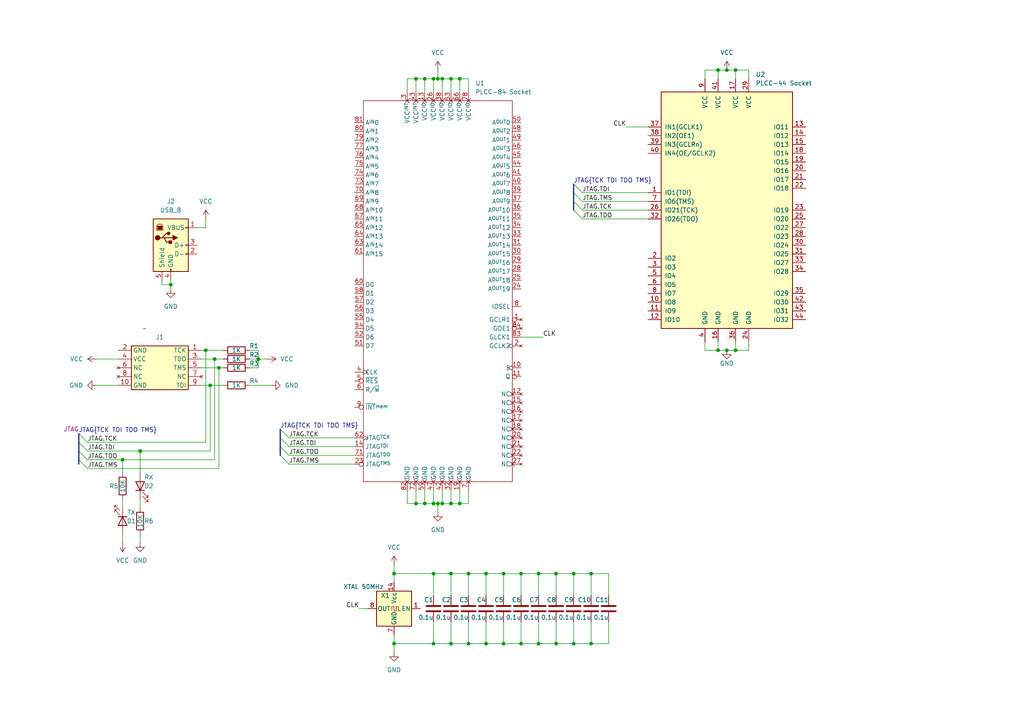
<source format=kicad_sch>
(kicad_sch (version 20230121) (generator eeschema)

  (uuid 40cc5458-bebb-438e-9f86-817fada6310b)

  (paper "A4")

  (lib_symbols
    (symbol "Altera JTAG Port:Altera_JTAG_Port" (in_bom yes) (on_board yes)
      (property "Reference" "J" (at 3.81 -8.89 0)
        (effects (font (size 1.27 1.27)))
      )
      (property "Value" "" (at 0 0 0)
        (effects (font (size 1.27 1.27)))
      )
      (property "Footprint" "Connector_IDC:IDC-Header_2x05_P2.54mm_Vertical" (at 5.08 -2.54 0)
        (effects (font (size 1.27 1.27)) hide)
      )
      (property "Datasheet" "" (at 0 0 0)
        (effects (font (size 1.27 1.27)) hide)
      )
      (symbol "Altera_JTAG_Port_1_1"
        (rectangle (start -3.81 -5.08) (end 12.7 -17.78)
          (stroke (width 0.254) (type default))
          (fill (type background))
        )
        (pin passive line (at 16.51 -6.35 180) (length 3.81)
          (name "TCK" (effects (font (size 1.27 1.27))))
          (number "1" (effects (font (size 1.27 1.27))))
        )
        (pin passive line (at -7.62 -16.51 0) (length 3.81)
          (name "GND" (effects (font (size 1.27 1.27))))
          (number "10" (effects (font (size 1.27 1.27))))
        )
        (pin passive line (at -7.62 -6.35 0) (length 3.81)
          (name "GND" (effects (font (size 1.27 1.27))))
          (number "2" (effects (font (size 1.27 1.27))))
        )
        (pin passive line (at 16.51 -8.89 180) (length 3.81)
          (name "TDO" (effects (font (size 1.27 1.27))))
          (number "3" (effects (font (size 1.27 1.27))))
        )
        (pin passive line (at -7.62 -8.89 0) (length 3.81)
          (name "VCC" (effects (font (size 1.27 1.27))))
          (number "4" (effects (font (size 1.27 1.27))))
        )
        (pin passive line (at 16.51 -11.43 180) (length 3.81)
          (name "TMS" (effects (font (size 1.27 1.27))))
          (number "5" (effects (font (size 1.27 1.27))))
        )
        (pin no_connect line (at -7.62 -11.43 0) (length 3.81)
          (name "NC" (effects (font (size 1.27 1.27))))
          (number "6" (effects (font (size 1.27 1.27))))
        )
        (pin no_connect line (at 16.51 -13.97 180) (length 3.81)
          (name "NC" (effects (font (size 1.27 1.27))))
          (number "7" (effects (font (size 1.27 1.27))))
        )
        (pin no_connect line (at -7.62 -13.97 0) (length 3.81)
          (name "NC" (effects (font (size 1.27 1.27))))
          (number "8" (effects (font (size 1.27 1.27))))
        )
        (pin passive line (at 16.51 -16.51 180) (length 3.81)
          (name "TDI" (effects (font (size 1.27 1.27))))
          (number "9" (effects (font (size 1.27 1.27))))
        )
      )
    )
    (symbol "Altera_CPLD:EMP7064SLC44-10N" (pin_names (offset 1.016)) (in_bom yes) (on_board yes)
      (property "Reference" "U" (at 0 12.7 0)
        (effects (font (size 1.27 1.27)) (justify left))
      )
      (property "Value" "EMP7064SLC44-10N" (at -8.89 10.16 0)
        (effects (font (size 1.27 1.27)) (justify left))
      )
      (property "Footprint" "Package_LCC:PLCC-44_THT-Socket" (at 0 0 0)
        (effects (font (size 1.27 1.27) italic) hide)
      )
      (property "Datasheet" "" (at 0 0 0)
        (effects (font (size 1.27 1.27)) hide)
      )
      (property "ki_description" "TQFP44" (at 0 0 0)
        (effects (font (size 1.27 1.27)) hide)
      )
      (property "ki_fp_filters" "TQFP*" (at 0 0 0)
        (effects (font (size 1.27 1.27)) hide)
      )
      (symbol "EMP7064SLC44-10N_0_0"
        (pin passive line (at -2.54 38.1 270) (length 3.81)
          (name "VCC" (effects (font (size 1.27 1.27))))
          (number "41" (effects (font (size 1.27 1.27))))
        )
        (pin bidirectional line (at 22.86 -26.67 180) (length 3.81)
          (name "IO30" (effects (font (size 1.27 1.27))))
          (number "42" (effects (font (size 1.27 1.27))))
        )
        (pin bidirectional line (at 22.86 -29.21 180) (length 3.81)
          (name "IO31" (effects (font (size 1.27 1.27))))
          (number "43" (effects (font (size 1.27 1.27))))
        )
        (pin bidirectional line (at 22.86 -31.75 180) (length 3.81)
          (name "IO32" (effects (font (size 1.27 1.27))))
          (number "44" (effects (font (size 1.27 1.27))))
        )
      )
      (symbol "EMP7064SLC44-10N_0_1"
        (rectangle (start -19.05 -34.29) (end 19.05 34.29)
          (stroke (width 0.254) (type default))
          (fill (type background))
        )
      )
      (symbol "EMP7064SLC44-10N_1_1"
        (pin bidirectional line (at -22.86 5.08 0) (length 3.81)
          (name "IO1(TDI)" (effects (font (size 1.27 1.27))))
          (number "1" (effects (font (size 1.27 1.27))))
        )
        (pin bidirectional line (at -22.86 -26.67 0) (length 3.81)
          (name "IO8" (effects (font (size 1.27 1.27))))
          (number "10" (effects (font (size 1.27 1.27))))
        )
        (pin bidirectional line (at -22.86 -29.21 0) (length 3.81)
          (name "IO9" (effects (font (size 1.27 1.27))))
          (number "11" (effects (font (size 1.27 1.27))))
        )
        (pin bidirectional line (at -22.86 -31.75 0) (length 3.81)
          (name "IO10" (effects (font (size 1.27 1.27))))
          (number "12" (effects (font (size 1.27 1.27))))
        )
        (pin bidirectional line (at 22.86 24.13 180) (length 3.81)
          (name "IO11" (effects (font (size 1.27 1.27))))
          (number "13" (effects (font (size 1.27 1.27))))
        )
        (pin bidirectional line (at 22.86 21.59 180) (length 3.81)
          (name "IO12" (effects (font (size 1.27 1.27))))
          (number "14" (effects (font (size 1.27 1.27))))
        )
        (pin bidirectional line (at 22.86 19.05 180) (length 3.81)
          (name "IO13" (effects (font (size 1.27 1.27))))
          (number "15" (effects (font (size 1.27 1.27))))
        )
        (pin power_in line (at -2.54 -38.1 90) (length 3.81)
          (name "GND" (effects (font (size 1.27 1.27))))
          (number "16" (effects (font (size 1.27 1.27))))
        )
        (pin power_in line (at 2.54 38.1 270) (length 3.81)
          (name "VCC" (effects (font (size 1.27 1.27))))
          (number "17" (effects (font (size 1.27 1.27))))
        )
        (pin bidirectional line (at 22.86 16.51 180) (length 3.81)
          (name "IO14" (effects (font (size 1.27 1.27))))
          (number "18" (effects (font (size 1.27 1.27))))
        )
        (pin bidirectional line (at 22.86 13.97 180) (length 3.81)
          (name "IO15" (effects (font (size 1.27 1.27))))
          (number "19" (effects (font (size 1.27 1.27))))
        )
        (pin bidirectional line (at -22.86 -13.97 0) (length 3.81)
          (name "IO2" (effects (font (size 1.27 1.27))))
          (number "2" (effects (font (size 1.27 1.27))))
        )
        (pin bidirectional line (at 22.86 11.43 180) (length 3.81)
          (name "IO16" (effects (font (size 1.27 1.27))))
          (number "20" (effects (font (size 1.27 1.27))))
        )
        (pin bidirectional line (at 22.86 8.89 180) (length 3.81)
          (name "IO17" (effects (font (size 1.27 1.27))))
          (number "21" (effects (font (size 1.27 1.27))))
        )
        (pin bidirectional line (at 22.86 6.35 180) (length 3.81)
          (name "IO18" (effects (font (size 1.27 1.27))))
          (number "22" (effects (font (size 1.27 1.27))))
        )
        (pin bidirectional line (at 22.86 0 180) (length 3.81)
          (name "IO19" (effects (font (size 1.27 1.27))))
          (number "23" (effects (font (size 1.27 1.27))))
        )
        (pin power_in line (at 6.35 -38.1 90) (length 3.81)
          (name "GND" (effects (font (size 1.27 1.27))))
          (number "24" (effects (font (size 1.27 1.27))))
        )
        (pin bidirectional line (at 22.86 -2.54 180) (length 3.81)
          (name "IO20" (effects (font (size 1.27 1.27))))
          (number "25" (effects (font (size 1.27 1.27))))
        )
        (pin bidirectional line (at -22.86 0 0) (length 3.81)
          (name "IO21(TCK)" (effects (font (size 1.27 1.27))))
          (number "26" (effects (font (size 1.27 1.27))))
        )
        (pin bidirectional line (at 22.86 -5.08 180) (length 3.81)
          (name "IO22" (effects (font (size 1.27 1.27))))
          (number "27" (effects (font (size 1.27 1.27))))
        )
        (pin bidirectional line (at 22.86 -7.62 180) (length 3.81)
          (name "IO23" (effects (font (size 1.27 1.27))))
          (number "28" (effects (font (size 1.27 1.27))))
        )
        (pin power_in line (at 6.35 38.1 270) (length 3.81)
          (name "VCC" (effects (font (size 1.27 1.27))))
          (number "29" (effects (font (size 1.27 1.27))))
        )
        (pin bidirectional line (at -22.86 -16.51 0) (length 3.81)
          (name "IO3" (effects (font (size 1.27 1.27))))
          (number "3" (effects (font (size 1.27 1.27))))
        )
        (pin bidirectional line (at 22.86 -10.16 180) (length 3.81)
          (name "IO24" (effects (font (size 1.27 1.27))))
          (number "30" (effects (font (size 1.27 1.27))))
        )
        (pin bidirectional line (at 22.86 -12.7 180) (length 3.81)
          (name "IO25" (effects (font (size 1.27 1.27))))
          (number "31" (effects (font (size 1.27 1.27))))
        )
        (pin bidirectional line (at -22.86 -2.54 0) (length 3.81)
          (name "IO26(TDO)" (effects (font (size 1.27 1.27))))
          (number "32" (effects (font (size 1.27 1.27))))
        )
        (pin bidirectional line (at 22.86 -15.24 180) (length 3.81)
          (name "IO27" (effects (font (size 1.27 1.27))))
          (number "33" (effects (font (size 1.27 1.27))))
        )
        (pin bidirectional line (at 22.86 -17.78 180) (length 3.81)
          (name "IO28" (effects (font (size 1.27 1.27))))
          (number "34" (effects (font (size 1.27 1.27))))
        )
        (pin bidirectional line (at 22.86 -24.13 180) (length 3.81)
          (name "IO29" (effects (font (size 1.27 1.27))))
          (number "35" (effects (font (size 1.27 1.27))))
        )
        (pin bidirectional line (at 2.54 -38.1 90) (length 3.81)
          (name "GND" (effects (font (size 1.27 1.27))))
          (number "36" (effects (font (size 1.27 1.27))))
        )
        (pin input line (at -22.86 24.13 0) (length 3.81)
          (name "IN1(GCLK1)" (effects (font (size 1.27 1.27))))
          (number "37" (effects (font (size 1.27 1.27))))
        )
        (pin input line (at -22.86 21.59 0) (length 3.81)
          (name "IN2(OE1)" (effects (font (size 1.27 1.27))))
          (number "38" (effects (font (size 1.27 1.27))))
        )
        (pin input line (at -22.86 19.05 0) (length 3.81)
          (name "IN3(GCLRn)" (effects (font (size 1.27 1.27))))
          (number "39" (effects (font (size 1.27 1.27))))
        )
        (pin power_in line (at -6.35 -38.1 90) (length 3.81)
          (name "GND" (effects (font (size 1.27 1.27))))
          (number "4" (effects (font (size 1.27 1.27))))
        )
        (pin input line (at -22.86 16.51 0) (length 3.81)
          (name "IN4(OE/GCLK2)" (effects (font (size 1.27 1.27))))
          (number "40" (effects (font (size 1.27 1.27))))
        )
        (pin bidirectional line (at -22.86 -19.05 0) (length 3.81)
          (name "IO4" (effects (font (size 1.27 1.27))))
          (number "5" (effects (font (size 1.27 1.27))))
        )
        (pin bidirectional line (at -22.86 -21.59 0) (length 3.81)
          (name "IO5" (effects (font (size 1.27 1.27))))
          (number "6" (effects (font (size 1.27 1.27))))
        )
        (pin bidirectional line (at -22.86 2.54 0) (length 3.81)
          (name "IO6(TMS)" (effects (font (size 1.27 1.27))))
          (number "7" (effects (font (size 1.27 1.27))))
        )
        (pin bidirectional line (at -22.86 -24.13 0) (length 3.81)
          (name "IO7" (effects (font (size 1.27 1.27))))
          (number "8" (effects (font (size 1.27 1.27))))
        )
        (pin power_in line (at -6.35 38.1 270) (length 3.81)
          (name "VCC" (effects (font (size 1.27 1.27))))
          (number "9" (effects (font (size 1.27 1.27))))
        )
      )
    )
    (symbol "Connector:USB_B" (pin_names (offset 1.016)) (in_bom yes) (on_board yes)
      (property "Reference" "J" (at -5.08 11.43 0)
        (effects (font (size 1.27 1.27)) (justify left))
      )
      (property "Value" "USB_B" (at -5.08 8.89 0)
        (effects (font (size 1.27 1.27)) (justify left))
      )
      (property "Footprint" "" (at 3.81 -1.27 0)
        (effects (font (size 1.27 1.27)) hide)
      )
      (property "Datasheet" " ~" (at 3.81 -1.27 0)
        (effects (font (size 1.27 1.27)) hide)
      )
      (property "ki_keywords" "connector USB" (at 0 0 0)
        (effects (font (size 1.27 1.27)) hide)
      )
      (property "ki_description" "USB Type B connector" (at 0 0 0)
        (effects (font (size 1.27 1.27)) hide)
      )
      (property "ki_fp_filters" "USB*" (at 0 0 0)
        (effects (font (size 1.27 1.27)) hide)
      )
      (symbol "USB_B_0_1"
        (rectangle (start -5.08 -7.62) (end 5.08 7.62)
          (stroke (width 0.254) (type default))
          (fill (type background))
        )
        (circle (center -3.81 2.159) (radius 0.635)
          (stroke (width 0.254) (type default))
          (fill (type outline))
        )
        (rectangle (start -3.81 5.588) (end -2.54 4.572)
          (stroke (width 0) (type default))
          (fill (type outline))
        )
        (circle (center -0.635 3.429) (radius 0.381)
          (stroke (width 0.254) (type default))
          (fill (type outline))
        )
        (rectangle (start -0.127 -7.62) (end 0.127 -6.858)
          (stroke (width 0) (type default))
          (fill (type none))
        )
        (polyline
          (pts
            (xy -1.905 2.159)
            (xy 0.635 2.159)
          )
          (stroke (width 0.254) (type default))
          (fill (type none))
        )
        (polyline
          (pts
            (xy -3.175 2.159)
            (xy -2.54 2.159)
            (xy -1.27 3.429)
            (xy -0.635 3.429)
          )
          (stroke (width 0.254) (type default))
          (fill (type none))
        )
        (polyline
          (pts
            (xy -2.54 2.159)
            (xy -1.905 2.159)
            (xy -1.27 0.889)
            (xy 0 0.889)
          )
          (stroke (width 0.254) (type default))
          (fill (type none))
        )
        (polyline
          (pts
            (xy 0.635 2.794)
            (xy 0.635 1.524)
            (xy 1.905 2.159)
            (xy 0.635 2.794)
          )
          (stroke (width 0.254) (type default))
          (fill (type outline))
        )
        (polyline
          (pts
            (xy -4.064 4.318)
            (xy -2.286 4.318)
            (xy -2.286 5.715)
            (xy -2.667 6.096)
            (xy -3.683 6.096)
            (xy -4.064 5.715)
            (xy -4.064 4.318)
          )
          (stroke (width 0) (type default))
          (fill (type none))
        )
        (rectangle (start 0.254 1.27) (end -0.508 0.508)
          (stroke (width 0.254) (type default))
          (fill (type outline))
        )
        (rectangle (start 5.08 -2.667) (end 4.318 -2.413)
          (stroke (width 0) (type default))
          (fill (type none))
        )
        (rectangle (start 5.08 -0.127) (end 4.318 0.127)
          (stroke (width 0) (type default))
          (fill (type none))
        )
        (rectangle (start 5.08 4.953) (end 4.318 5.207)
          (stroke (width 0) (type default))
          (fill (type none))
        )
      )
      (symbol "USB_B_1_1"
        (pin power_out line (at 7.62 5.08 180) (length 2.54)
          (name "VBUS" (effects (font (size 1.27 1.27))))
          (number "1" (effects (font (size 1.27 1.27))))
        )
        (pin bidirectional line (at 7.62 -2.54 180) (length 2.54)
          (name "D-" (effects (font (size 1.27 1.27))))
          (number "2" (effects (font (size 1.27 1.27))))
        )
        (pin bidirectional line (at 7.62 0 180) (length 2.54)
          (name "D+" (effects (font (size 1.27 1.27))))
          (number "3" (effects (font (size 1.27 1.27))))
        )
        (pin power_out line (at 0 -10.16 90) (length 2.54)
          (name "GND" (effects (font (size 1.27 1.27))))
          (number "4" (effects (font (size 1.27 1.27))))
        )
        (pin passive line (at -2.54 -10.16 90) (length 2.54)
          (name "Shield" (effects (font (size 1.27 1.27))))
          (number "5" (effects (font (size 1.27 1.27))))
        )
      )
    )
    (symbol "Device:C" (pin_numbers hide) (pin_names (offset 0.254)) (in_bom yes) (on_board yes)
      (property "Reference" "C" (at 0.635 2.54 0)
        (effects (font (size 1.27 1.27)) (justify left))
      )
      (property "Value" "C" (at 0.635 -2.54 0)
        (effects (font (size 1.27 1.27)) (justify left))
      )
      (property "Footprint" "" (at 0.9652 -3.81 0)
        (effects (font (size 1.27 1.27)) hide)
      )
      (property "Datasheet" "~" (at 0 0 0)
        (effects (font (size 1.27 1.27)) hide)
      )
      (property "ki_keywords" "cap capacitor" (at 0 0 0)
        (effects (font (size 1.27 1.27)) hide)
      )
      (property "ki_description" "Unpolarized capacitor" (at 0 0 0)
        (effects (font (size 1.27 1.27)) hide)
      )
      (property "ki_fp_filters" "C_*" (at 0 0 0)
        (effects (font (size 1.27 1.27)) hide)
      )
      (symbol "C_0_1"
        (polyline
          (pts
            (xy -2.032 -0.762)
            (xy 2.032 -0.762)
          )
          (stroke (width 0.508) (type default))
          (fill (type none))
        )
        (polyline
          (pts
            (xy -2.032 0.762)
            (xy 2.032 0.762)
          )
          (stroke (width 0.508) (type default))
          (fill (type none))
        )
      )
      (symbol "C_1_1"
        (pin passive line (at 0 3.81 270) (length 2.794)
          (name "~" (effects (font (size 1.27 1.27))))
          (number "1" (effects (font (size 1.27 1.27))))
        )
        (pin passive line (at 0 -3.81 90) (length 2.794)
          (name "~" (effects (font (size 1.27 1.27))))
          (number "2" (effects (font (size 1.27 1.27))))
        )
      )
    )
    (symbol "Device:LED" (pin_numbers hide) (pin_names (offset 1.016) hide) (in_bom yes) (on_board yes)
      (property "Reference" "D" (at 0 2.54 0)
        (effects (font (size 1.27 1.27)))
      )
      (property "Value" "LED" (at 0 -2.54 0)
        (effects (font (size 1.27 1.27)))
      )
      (property "Footprint" "" (at 0 0 0)
        (effects (font (size 1.27 1.27)) hide)
      )
      (property "Datasheet" "~" (at 0 0 0)
        (effects (font (size 1.27 1.27)) hide)
      )
      (property "ki_keywords" "LED diode" (at 0 0 0)
        (effects (font (size 1.27 1.27)) hide)
      )
      (property "ki_description" "Light emitting diode" (at 0 0 0)
        (effects (font (size 1.27 1.27)) hide)
      )
      (property "ki_fp_filters" "LED* LED_SMD:* LED_THT:*" (at 0 0 0)
        (effects (font (size 1.27 1.27)) hide)
      )
      (symbol "LED_0_1"
        (polyline
          (pts
            (xy -1.27 -1.27)
            (xy -1.27 1.27)
          )
          (stroke (width 0.254) (type default))
          (fill (type none))
        )
        (polyline
          (pts
            (xy -1.27 0)
            (xy 1.27 0)
          )
          (stroke (width 0) (type default))
          (fill (type none))
        )
        (polyline
          (pts
            (xy 1.27 -1.27)
            (xy 1.27 1.27)
            (xy -1.27 0)
            (xy 1.27 -1.27)
          )
          (stroke (width 0.254) (type default))
          (fill (type none))
        )
        (polyline
          (pts
            (xy -3.048 -0.762)
            (xy -4.572 -2.286)
            (xy -3.81 -2.286)
            (xy -4.572 -2.286)
            (xy -4.572 -1.524)
          )
          (stroke (width 0) (type default))
          (fill (type none))
        )
        (polyline
          (pts
            (xy -1.778 -0.762)
            (xy -3.302 -2.286)
            (xy -2.54 -2.286)
            (xy -3.302 -2.286)
            (xy -3.302 -1.524)
          )
          (stroke (width 0) (type default))
          (fill (type none))
        )
      )
      (symbol "LED_1_1"
        (pin passive line (at -3.81 0 0) (length 2.54)
          (name "K" (effects (font (size 1.27 1.27))))
          (number "1" (effects (font (size 1.27 1.27))))
        )
        (pin passive line (at 3.81 0 180) (length 2.54)
          (name "A" (effects (font (size 1.27 1.27))))
          (number "2" (effects (font (size 1.27 1.27))))
        )
      )
    )
    (symbol "Device:R" (pin_numbers hide) (pin_names (offset 0)) (in_bom yes) (on_board yes)
      (property "Reference" "R" (at 2.032 0 90)
        (effects (font (size 1.27 1.27)))
      )
      (property "Value" "R" (at 0 0 90)
        (effects (font (size 1.27 1.27)))
      )
      (property "Footprint" "" (at -1.778 0 90)
        (effects (font (size 1.27 1.27)) hide)
      )
      (property "Datasheet" "~" (at 0 0 0)
        (effects (font (size 1.27 1.27)) hide)
      )
      (property "ki_keywords" "R res resistor" (at 0 0 0)
        (effects (font (size 1.27 1.27)) hide)
      )
      (property "ki_description" "Resistor" (at 0 0 0)
        (effects (font (size 1.27 1.27)) hide)
      )
      (property "ki_fp_filters" "R_*" (at 0 0 0)
        (effects (font (size 1.27 1.27)) hide)
      )
      (symbol "R_0_1"
        (rectangle (start -1.016 -2.54) (end 1.016 2.54)
          (stroke (width 0.254) (type default))
          (fill (type none))
        )
      )
      (symbol "R_1_1"
        (pin passive line (at 0 3.81 270) (length 1.27)
          (name "~" (effects (font (size 1.27 1.27))))
          (number "1" (effects (font (size 1.27 1.27))))
        )
        (pin passive line (at 0 -3.81 90) (length 1.27)
          (name "~" (effects (font (size 1.27 1.27))))
          (number "2" (effects (font (size 1.27 1.27))))
        )
      )
    )
    (symbol "MC6809_MMU:MX6309_MMU" (in_bom yes) (on_board yes)
      (property "Reference" "U" (at 0 0 0)
        (effects (font (size 1.27 1.27)))
      )
      (property "Value" "MX6309_MMU" (at 0 -3.81 0)
        (effects (font (size 1.27 1.27)))
      )
      (property "Footprint" "Package_LCC:PLCC-84_THT-Socket" (at 1.27 -15.24 0)
        (effects (font (size 1.27 1.27)) hide)
      )
      (property "Datasheet" "https://datasheet.ciiva.com/26806/epm7128slc84-15n-26806866.pdf" (at 0 -85.09 0)
        (effects (font (size 1.27 1.27)) hide)
      )
      (property "ki_description" "Altera EPM7128SlC84 based Memory Management Unit with 16bit(64KB) to 20bit(1MB) memory paging" (at 0 0 0)
        (effects (font (size 1.27 1.27)) hide)
      )
      (symbol "MX6309_MMU_0_0"
        (pin no_connect inverted (at 24.13 -21.59 180) (length 2.54)
          (name "GCLR1" (effects (font (size 1.27 1.27))))
          (number "1" (effects (font (size 1.27 1.27))))
        )
        (pin no_connect non_logic (at 24.13 -43.18 180) (length 2.54)
          (name "NC" (effects (font (size 1.27 1.27))))
          (number "12" (effects (font (size 1.27 1.27))))
        )
        (pin power_in non_logic (at -3.81 44.45 270) (length 2.54)
          (name "VCC^{IO}" (effects (font (size 1.27 1.27))))
          (number "13" (effects (font (size 1.27 1.27))))
        )
        (pin input line (at -24.13 -58.42 0) (length 2.54)
          (name "JTAG^{TDI}" (effects (font (size 1.27 1.27))))
          (number "14" (effects (font (size 1.27 1.27))))
        )
        (pin no_connect non_logic (at 24.13 -45.72 180) (length 2.54)
          (name "NC" (effects (font (size 1.27 1.27))))
          (number "15" (effects (font (size 1.27 1.27))))
        )
        (pin no_connect non_logic (at 24.13 -48.26 180) (length 2.54)
          (name "NC" (effects (font (size 1.27 1.27))))
          (number "16" (effects (font (size 1.27 1.27))))
        )
        (pin no_connect non_logic (at 24.13 -50.8 180) (length 2.54)
          (name "NC" (effects (font (size 1.27 1.27))))
          (number "17" (effects (font (size 1.27 1.27))))
        )
        (pin no_connect non_logic (at 24.13 -53.34 180) (length 2.54)
          (name "NC" (effects (font (size 1.27 1.27))))
          (number "18" (effects (font (size 1.27 1.27))))
        )
        (pin power_in non_logic (at 6.35 -71.12 90) (length 2.54)
          (name "GND" (effects (font (size 1.27 1.27))))
          (number "19" (effects (font (size 1.27 1.27))))
        )
        (pin no_connect clock (at 24.13 -29.21 180) (length 2.54)
          (name "GCLK2" (effects (font (size 1.27 1.27))))
          (number "2" (effects (font (size 1.27 1.27))))
        )
        (pin no_connect non_logic (at 24.13 -55.88 180) (length 2.54)
          (name "NC" (effects (font (size 1.27 1.27))))
          (number "20" (effects (font (size 1.27 1.27))))
        )
        (pin no_connect non_logic (at 24.13 -58.42 180) (length 2.54)
          (name "NC" (effects (font (size 1.27 1.27))))
          (number "21" (effects (font (size 1.27 1.27))))
        )
        (pin no_connect non_logic (at 24.13 -60.96 180) (length 2.54)
          (name "NC" (effects (font (size 1.27 1.27))))
          (number "22" (effects (font (size 1.27 1.27))))
        )
        (pin input inverted (at -24.13 -63.5 0) (length 2.54)
          (name "JTAG^{TMS}" (effects (font (size 1.27 1.27))))
          (number "23" (effects (font (size 1.27 1.27))))
        )
        (pin output line (at 24.13 -12.7 180) (length 2.54)
          (name "A^{OUT}19" (effects (font (size 1.27 1.27))))
          (number "24" (effects (font (size 1.27 1.27))))
        )
        (pin output line (at 24.13 -10.16 180) (length 2.54)
          (name "A^{OUT}18" (effects (font (size 1.27 1.27))))
          (number "25" (effects (font (size 1.27 1.27))))
        )
        (pin power_in non_logic (at -1.27 44.45 270) (length 2.54)
          (name "VCC^{IO}" (effects (font (size 1.27 1.27))))
          (number "26" (effects (font (size 1.27 1.27))))
        )
        (pin no_connect non_logic (at 24.13 -63.5 180) (length 2.54)
          (name "NC" (effects (font (size 1.27 1.27))))
          (number "27" (effects (font (size 1.27 1.27))))
        )
        (pin output line (at 24.13 -7.62 180) (length 2.54)
          (name "A^{OUT}17" (effects (font (size 1.27 1.27))))
          (number "28" (effects (font (size 1.27 1.27))))
        )
        (pin output line (at 24.13 -5.08 180) (length 2.54)
          (name "A^{OUT}16" (effects (font (size 1.27 1.27))))
          (number "29" (effects (font (size 1.27 1.27))))
        )
        (pin power_in non_logic (at -8.89 44.45 270) (length 2.54)
          (name "VCC^{INT}" (effects (font (size 1.27 1.27))))
          (number "3" (effects (font (size 1.27 1.27))))
        )
        (pin output line (at 24.13 -2.54 180) (length 2.54)
          (name "A^{OUT}15" (effects (font (size 1.27 1.27))))
          (number "30" (effects (font (size 1.27 1.27))))
        )
        (pin output line (at 24.13 0 180) (length 2.54)
          (name "A^{OUT}14" (effects (font (size 1.27 1.27))))
          (number "31" (effects (font (size 1.27 1.27))))
        )
        (pin power_in non_logic (at 3.81 -71.12 90) (length 2.54)
          (name "GND" (effects (font (size 1.27 1.27))))
          (number "32" (effects (font (size 1.27 1.27))))
        )
        (pin output line (at 24.13 2.54 180) (length 2.54)
          (name "A^{OUT}13" (effects (font (size 1.27 1.27))))
          (number "33" (effects (font (size 1.27 1.27))))
        )
        (pin output line (at 24.13 5.08 180) (length 2.54)
          (name "A^{OUT}12" (effects (font (size 1.27 1.27))))
          (number "34" (effects (font (size 1.27 1.27))))
        )
        (pin output line (at 24.13 7.62 180) (length 2.54)
          (name "A^{OUT}11" (effects (font (size 1.27 1.27))))
          (number "35" (effects (font (size 1.27 1.27))))
        )
        (pin output line (at 24.13 10.16 180) (length 2.54)
          (name "A^{OUT}10" (effects (font (size 1.27 1.27))))
          (number "36" (effects (font (size 1.27 1.27))))
        )
        (pin output line (at 24.13 12.7 180) (length 2.54)
          (name "A^{OUT}9" (effects (font (size 1.27 1.27))))
          (number "37" (effects (font (size 1.27 1.27))))
        )
        (pin power_in non_logic (at 1.27 44.45 270) (length 2.54)
          (name "VCC^{IO}" (effects (font (size 1.27 1.27))))
          (number "38" (effects (font (size 1.27 1.27))))
        )
        (pin output line (at 24.13 15.24 180) (length 2.54)
          (name "A^{OUT}8" (effects (font (size 1.27 1.27))))
          (number "39" (effects (font (size 1.27 1.27))))
        )
        (pin input clock (at -24.13 -36.83 0) (length 2.54)
          (name "CLK" (effects (font (size 1.27 1.27))))
          (number "4" (effects (font (size 1.27 1.27))))
        )
        (pin output line (at 24.13 17.78 180) (length 2.54)
          (name "A^{OUT}7" (effects (font (size 1.27 1.27))))
          (number "40" (effects (font (size 1.27 1.27))))
        )
        (pin output line (at 24.13 20.32 180) (length 2.54)
          (name "A^{OUT}6" (effects (font (size 1.27 1.27))))
          (number "41" (effects (font (size 1.27 1.27))))
        )
        (pin power_in non_logic (at 1.27 -71.12 90) (length 2.54)
          (name "GND" (effects (font (size 1.27 1.27))))
          (number "42" (effects (font (size 1.27 1.27))))
        )
        (pin power_in non_logic (at -6.35 44.45 270) (length 2.54)
          (name "VCC^{INT}" (effects (font (size 1.27 1.27))))
          (number "43" (effects (font (size 1.27 1.27))))
        )
        (pin output line (at 24.13 22.86 180) (length 2.54)
          (name "A^{OUT}5" (effects (font (size 1.27 1.27))))
          (number "44" (effects (font (size 1.27 1.27))))
        )
        (pin input inverted (at -24.13 -39.37 0) (length 2.54)
          (name "~{RES}" (effects (font (size 1.27 1.27))))
          (number "5" (effects (font (size 1.27 1.27))))
        )
        (pin power_in non_logic (at 8.89 -71.12 90) (length 2.54)
          (name "GND" (effects (font (size 1.27 1.27))))
          (number "7" (effects (font (size 1.27 1.27))))
        )
        (pin output line (at 24.13 -17.78 180) (length 2.54)
          (name "IOSEL" (effects (font (size 1.27 1.27))))
          (number "8" (effects (font (size 1.27 1.27))))
        )
      )
      (symbol "MX6309_MMU_0_1"
        (rectangle (start -21.59 41.91) (end 21.59 -68.58)
          (stroke (width 0) (type default))
          (fill (type none))
        )
      )
      (symbol "MX6309_MMU_1_0"
        (pin output clock (at 24.13 -35.56 180) (length 2.54)
          (name "E" (effects (font (size 1.27 1.27))))
          (number "10" (effects (font (size 1.27 1.27))))
        )
        (pin output inverted (at 24.13 -38.1 180) (length 2.54)
          (name "Q" (effects (font (size 1.27 1.27))))
          (number "11" (effects (font (size 1.27 1.27))))
        )
        (pin output line (at 24.13 25.4 180) (length 2.54)
          (name "A^{OUT}4" (effects (font (size 1.27 1.27))))
          (number "45" (effects (font (size 1.27 1.27))))
        )
        (pin output line (at 24.13 27.94 180) (length 2.54)
          (name "A^{OUT}3" (effects (font (size 1.27 1.27))))
          (number "46" (effects (font (size 1.27 1.27))))
        )
        (pin power_in non_logic (at -1.27 -71.12 90) (length 2.54)
          (name "GND" (effects (font (size 1.27 1.27))))
          (number "47" (effects (font (size 1.27 1.27))))
        )
        (pin output line (at 24.13 33.02 180) (length 2.54)
          (name "A^{OUT}2" (effects (font (size 1.27 1.27))))
          (number "48" (effects (font (size 1.27 1.27))))
        )
        (pin output line (at 24.13 30.48 180) (length 2.54)
          (name "A^{OUT}1" (effects (font (size 1.27 1.27))))
          (number "49" (effects (font (size 1.27 1.27))))
        )
        (pin output line (at 24.13 35.56 180) (length 2.54)
          (name "A^{OUT}0" (effects (font (size 1.27 1.27))))
          (number "50" (effects (font (size 1.27 1.27))))
        )
        (pin bidirectional line (at -24.13 -29.21 0) (length 2.54)
          (name "D7" (effects (font (size 1.27 1.27))))
          (number "51" (effects (font (size 1.27 1.27))))
        )
        (pin bidirectional line (at -24.13 -26.67 0) (length 2.54)
          (name "D6" (effects (font (size 1.27 1.27))))
          (number "52" (effects (font (size 1.27 1.27))))
        )
        (pin power_in non_logic (at 3.81 44.45 270) (length 2.54)
          (name "VCC^{IO}" (effects (font (size 1.27 1.27))))
          (number "53" (effects (font (size 1.27 1.27))))
        )
        (pin bidirectional line (at -24.13 -24.13 0) (length 2.54)
          (name "D5" (effects (font (size 1.27 1.27))))
          (number "54" (effects (font (size 1.27 1.27))))
        )
        (pin bidirectional line (at -24.13 -21.59 0) (length 2.54)
          (name "D4" (effects (font (size 1.27 1.27))))
          (number "55" (effects (font (size 1.27 1.27))))
        )
        (pin bidirectional line (at -24.13 -19.05 0) (length 2.54)
          (name "D3" (effects (font (size 1.27 1.27))))
          (number "56" (effects (font (size 1.27 1.27))))
        )
        (pin bidirectional line (at -24.13 -16.51 0) (length 2.54)
          (name "D2" (effects (font (size 1.27 1.27))))
          (number "57" (effects (font (size 1.27 1.27))))
        )
        (pin bidirectional line (at -24.13 -13.97 0) (length 2.54)
          (name "D1" (effects (font (size 1.27 1.27))))
          (number "58" (effects (font (size 1.27 1.27))))
        )
        (pin power_in non_logic (at -3.81 -71.12 90) (length 2.54)
          (name "GND" (effects (font (size 1.27 1.27))))
          (number "59" (effects (font (size 1.27 1.27))))
        )
        (pin input line (at -24.13 -41.91 0) (length 2.54)
          (name "R/~{W}" (effects (font (size 1.27 1.27))))
          (number "6" (effects (font (size 1.27 1.27))))
        )
        (pin bidirectional line (at -24.13 -11.43 0) (length 2.54)
          (name "D0" (effects (font (size 1.27 1.27))))
          (number "60" (effects (font (size 1.27 1.27))))
        )
        (pin input line (at -24.13 -2.54 0) (length 2.54)
          (name "A^{IN}15" (effects (font (size 1.27 1.27))))
          (number "61" (effects (font (size 1.27 1.27))))
        )
        (pin input clock (at -24.13 -55.88 0) (length 2.54)
          (name "JTAG^{TCK}" (effects (font (size 1.27 1.27))))
          (number "62" (effects (font (size 1.27 1.27))))
        )
        (pin input line (at -24.13 0 0) (length 2.54)
          (name "A^{IN}14" (effects (font (size 1.27 1.27))))
          (number "63" (effects (font (size 1.27 1.27))))
        )
        (pin input line (at -24.13 2.54 0) (length 2.54)
          (name "A^{IN}13" (effects (font (size 1.27 1.27))))
          (number "64" (effects (font (size 1.27 1.27))))
        )
        (pin input line (at -24.13 5.08 0) (length 2.54)
          (name "A^{IN}12" (effects (font (size 1.27 1.27))))
          (number "65" (effects (font (size 1.27 1.27))))
        )
        (pin power_in non_logic (at 6.35 44.45 270) (length 2.54)
          (name "VCC^{IO}" (effects (font (size 1.27 1.27))))
          (number "66" (effects (font (size 1.27 1.27))))
        )
        (pin input line (at -24.13 7.62 0) (length 2.54)
          (name "A^{IN}11" (effects (font (size 1.27 1.27))))
          (number "67" (effects (font (size 1.27 1.27))))
        )
        (pin input line (at -24.13 10.16 0) (length 2.54)
          (name "A^{IN}10" (effects (font (size 1.27 1.27))))
          (number "68" (effects (font (size 1.27 1.27))))
        )
        (pin input line (at -24.13 12.7 0) (length 2.54)
          (name "A^{IN}9" (effects (font (size 1.27 1.27))))
          (number "69" (effects (font (size 1.27 1.27))))
        )
        (pin input line (at -24.13 15.24 0) (length 2.54)
          (name "A^{IN}8" (effects (font (size 1.27 1.27))))
          (number "70" (effects (font (size 1.27 1.27))))
        )
        (pin output line (at -24.13 -60.96 0) (length 2.54)
          (name "JTAG^{TDO}" (effects (font (size 1.27 1.27))))
          (number "71" (effects (font (size 1.27 1.27))))
        )
        (pin power_in non_logic (at -6.35 -71.12 90) (length 2.54)
          (name "GND" (effects (font (size 1.27 1.27))))
          (number "72" (effects (font (size 1.27 1.27))))
        )
        (pin input line (at -24.13 17.78 0) (length 2.54)
          (name "A^{IN}7" (effects (font (size 1.27 1.27))))
          (number "73" (effects (font (size 1.27 1.27))))
        )
        (pin input line (at -24.13 20.32 0) (length 2.54)
          (name "A^{IN}6" (effects (font (size 1.27 1.27))))
          (number "74" (effects (font (size 1.27 1.27))))
        )
        (pin input line (at -24.13 22.86 0) (length 2.54)
          (name "A^{IN}5" (effects (font (size 1.27 1.27))))
          (number "75" (effects (font (size 1.27 1.27))))
        )
        (pin input line (at -24.13 25.4 0) (length 2.54)
          (name "A^{IN}4" (effects (font (size 1.27 1.27))))
          (number "76" (effects (font (size 1.27 1.27))))
        )
        (pin input line (at -24.13 27.94 0) (length 2.54)
          (name "A^{IN}3" (effects (font (size 1.27 1.27))))
          (number "77" (effects (font (size 1.27 1.27))))
        )
        (pin power_in non_logic (at 8.89 44.45 270) (length 2.54)
          (name "VCC^{IO}" (effects (font (size 1.27 1.27))))
          (number "78" (effects (font (size 1.27 1.27))))
        )
        (pin input line (at -24.13 30.48 0) (length 2.54)
          (name "A^{IN}2" (effects (font (size 1.27 1.27))))
          (number "79" (effects (font (size 1.27 1.27))))
        )
        (pin input line (at -24.13 33.02 0) (length 2.54)
          (name "A^{IN}1" (effects (font (size 1.27 1.27))))
          (number "80" (effects (font (size 1.27 1.27))))
        )
        (pin input line (at -24.13 35.56 0) (length 2.54)
          (name "A^{IN}0" (effects (font (size 1.27 1.27))))
          (number "81" (effects (font (size 1.27 1.27))))
        )
        (pin power_in non_logic (at -8.89 -71.12 90) (length 2.54)
          (name "GND" (effects (font (size 1.27 1.27))))
          (number "82" (effects (font (size 1.27 1.27))))
        )
        (pin input line (at 24.13 -26.67 180) (length 2.54)
          (name "GLCK1" (effects (font (size 1.27 1.27))))
          (number "83" (effects (font (size 1.27 1.27))))
        )
        (pin no_connect inverted (at 24.13 -24.13 180) (length 2.54)
          (name "GOE1" (effects (font (size 1.27 1.27))))
          (number "84" (effects (font (size 1.27 1.27))))
        )
        (pin output inverted (at -24.13 -46.99 0) (length 2.54)
          (name "~{INT}^{mem}" (effects (font (size 1.27 1.27))))
          (number "9" (effects (font (size 1.27 1.27))))
        )
      )
    )
    (symbol "Oscillator:CXO_DIP14" (pin_names (offset 0.254)) (in_bom yes) (on_board yes)
      (property "Reference" "X" (at -5.08 6.35 0)
        (effects (font (size 1.27 1.27)) (justify left))
      )
      (property "Value" "CXO_DIP14" (at 1.27 -6.35 0)
        (effects (font (size 1.27 1.27)) (justify left))
      )
      (property "Footprint" "Oscillator:Oscillator_DIP-14" (at 11.43 -8.89 0)
        (effects (font (size 1.27 1.27)) hide)
      )
      (property "Datasheet" "http://cdn-reichelt.de/documents/datenblatt/B400/OSZI.pdf" (at -2.54 0 0)
        (effects (font (size 1.27 1.27)) hide)
      )
      (property "ki_keywords" "Crystal Clock Oscillator" (at 0 0 0)
        (effects (font (size 1.27 1.27)) hide)
      )
      (property "ki_description" "Crystal Clock Oscillator, DIP14-style metal package" (at 0 0 0)
        (effects (font (size 1.27 1.27)) hide)
      )
      (property "ki_fp_filters" "Oscillator*DIP*14*" (at 0 0 0)
        (effects (font (size 1.27 1.27)) hide)
      )
      (symbol "CXO_DIP14_0_1"
        (rectangle (start -5.08 5.08) (end 5.08 -5.08)
          (stroke (width 0.254) (type default))
          (fill (type background))
        )
        (polyline
          (pts
            (xy -1.905 -0.635)
            (xy -1.27 -0.635)
            (xy -1.27 0.635)
            (xy -0.635 0.635)
            (xy -0.635 -0.635)
            (xy 0 -0.635)
            (xy 0 0.635)
            (xy 0.635 0.635)
            (xy 0.635 -0.635)
          )
          (stroke (width 0) (type default))
          (fill (type none))
        )
      )
      (symbol "CXO_DIP14_1_1"
        (pin input line (at -7.62 0 0) (length 2.54)
          (name "EN" (effects (font (size 1.27 1.27))))
          (number "1" (effects (font (size 1.27 1.27))))
        )
        (pin power_in line (at 0 7.62 270) (length 2.54)
          (name "Vcc" (effects (font (size 1.27 1.27))))
          (number "14" (effects (font (size 1.27 1.27))))
        )
        (pin power_in line (at 0 -7.62 90) (length 2.54)
          (name "GND" (effects (font (size 1.27 1.27))))
          (number "7" (effects (font (size 1.27 1.27))))
        )
        (pin output line (at 7.62 0 180) (length 2.54)
          (name "OUT" (effects (font (size 1.27 1.27))))
          (number "8" (effects (font (size 1.27 1.27))))
        )
      )
    )
    (symbol "power:GND" (power) (pin_names (offset 0)) (in_bom yes) (on_board yes)
      (property "Reference" "#PWR" (at 0 -6.35 0)
        (effects (font (size 1.27 1.27)) hide)
      )
      (property "Value" "GND" (at 0 -3.81 0)
        (effects (font (size 1.27 1.27)))
      )
      (property "Footprint" "" (at 0 0 0)
        (effects (font (size 1.27 1.27)) hide)
      )
      (property "Datasheet" "" (at 0 0 0)
        (effects (font (size 1.27 1.27)) hide)
      )
      (property "ki_keywords" "global power" (at 0 0 0)
        (effects (font (size 1.27 1.27)) hide)
      )
      (property "ki_description" "Power symbol creates a global label with name \"GND\" , ground" (at 0 0 0)
        (effects (font (size 1.27 1.27)) hide)
      )
      (symbol "GND_0_1"
        (polyline
          (pts
            (xy 0 0)
            (xy 0 -1.27)
            (xy 1.27 -1.27)
            (xy 0 -2.54)
            (xy -1.27 -1.27)
            (xy 0 -1.27)
          )
          (stroke (width 0) (type default))
          (fill (type none))
        )
      )
      (symbol "GND_1_1"
        (pin power_in line (at 0 0 270) (length 0) hide
          (name "GND" (effects (font (size 1.27 1.27))))
          (number "1" (effects (font (size 1.27 1.27))))
        )
      )
    )
    (symbol "power:VCC" (power) (pin_names (offset 0)) (in_bom yes) (on_board yes)
      (property "Reference" "#PWR" (at 0 -3.81 0)
        (effects (font (size 1.27 1.27)) hide)
      )
      (property "Value" "VCC" (at 0 3.81 0)
        (effects (font (size 1.27 1.27)))
      )
      (property "Footprint" "" (at 0 0 0)
        (effects (font (size 1.27 1.27)) hide)
      )
      (property "Datasheet" "" (at 0 0 0)
        (effects (font (size 1.27 1.27)) hide)
      )
      (property "ki_keywords" "global power" (at 0 0 0)
        (effects (font (size 1.27 1.27)) hide)
      )
      (property "ki_description" "Power symbol creates a global label with name \"VCC\"" (at 0 0 0)
        (effects (font (size 1.27 1.27)) hide)
      )
      (symbol "VCC_0_1"
        (polyline
          (pts
            (xy -0.762 1.27)
            (xy 0 2.54)
          )
          (stroke (width 0) (type default))
          (fill (type none))
        )
        (polyline
          (pts
            (xy 0 0)
            (xy 0 2.54)
          )
          (stroke (width 0) (type default))
          (fill (type none))
        )
        (polyline
          (pts
            (xy 0 2.54)
            (xy 0.762 1.27)
          )
          (stroke (width 0) (type default))
          (fill (type none))
        )
      )
      (symbol "VCC_1_1"
        (pin power_in line (at 0 0 90) (length 0) hide
          (name "VCC" (effects (font (size 1.27 1.27))))
          (number "1" (effects (font (size 1.27 1.27))))
        )
      )
    )
  )

  (junction (at 171.45 166.37) (diameter 0) (color 0 0 0 0)
    (uuid 098b22e9-635b-4414-83a8-9c3875adf2c0)
  )
  (junction (at 125.73 22.86) (diameter 0) (color 0 0 0 0)
    (uuid 0da8bbac-bb52-46fa-a368-e804434dfe14)
  )
  (junction (at 62.23 104.14) (diameter 0) (color 0 0 0 0)
    (uuid 1020b78f-ab95-46be-89c1-6817eae879db)
  )
  (junction (at 63.5 106.68) (diameter 0) (color 0 0 0 0)
    (uuid 102e1d00-5ecc-4b56-a344-840fcb3b3f60)
  )
  (junction (at 120.65 22.86) (diameter 0) (color 0 0 0 0)
    (uuid 2bd319db-ca54-4dc4-82ed-5ac8d7522837)
  )
  (junction (at 120.65 146.05) (diameter 0) (color 0 0 0 0)
    (uuid 3291bd4f-3792-434d-9d32-8ea0d88f1938)
  )
  (junction (at 133.35 22.86) (diameter 0) (color 0 0 0 0)
    (uuid 33befb00-11ed-4447-ae73-e4cce7f3c96b)
  )
  (junction (at 40.64 130.81) (diameter 0) (color 0 0 0 0)
    (uuid 344ebbd1-b54c-4873-aee7-fb075044e67d)
  )
  (junction (at 151.13 166.37) (diameter 0) (color 0 0 0 0)
    (uuid 3a5919d5-904e-4648-93d5-2513a5b0e13e)
  )
  (junction (at 130.81 186.69) (diameter 0) (color 0 0 0 0)
    (uuid 3f3bc5bd-023c-4a5d-89f6-eebe0250b300)
  )
  (junction (at 166.37 166.37) (diameter 0) (color 0 0 0 0)
    (uuid 446e3463-4dca-418f-81be-c1e21f5d2077)
  )
  (junction (at 210.82 20.32) (diameter 0) (color 0 0 0 0)
    (uuid 471bd41f-b08e-4329-a897-6d1ca63876dc)
  )
  (junction (at 146.05 166.37) (diameter 0) (color 0 0 0 0)
    (uuid 4d8cedeb-1610-441b-9bbe-ca097b20d6e4)
  )
  (junction (at 127 22.86) (diameter 0) (color 0 0 0 0)
    (uuid 516df327-9850-4d46-b1ec-9cf77cd5822c)
  )
  (junction (at 135.89 186.69) (diameter 0) (color 0 0 0 0)
    (uuid 54cd1a64-57ca-4088-9be6-1270816d9ba3)
  )
  (junction (at 146.05 186.69) (diameter 0) (color 0 0 0 0)
    (uuid 55af7288-dbb0-4bcd-8962-7a9d4f9e94a7)
  )
  (junction (at 114.3 166.37) (diameter 0) (color 0 0 0 0)
    (uuid 5d60fa46-07da-4134-aba5-3159ad06a965)
  )
  (junction (at 125.73 146.05) (diameter 0) (color 0 0 0 0)
    (uuid 6230963f-f976-47c6-86a0-b0ae44864bf3)
  )
  (junction (at 140.97 166.37) (diameter 0) (color 0 0 0 0)
    (uuid 67797ff5-5a32-4d98-9c4d-56a7edeb4c5e)
  )
  (junction (at 127 146.05) (diameter 0) (color 0 0 0 0)
    (uuid 728f16bb-bf5a-4fb2-b933-1364472f9dd0)
  )
  (junction (at 161.29 186.69) (diameter 0) (color 0 0 0 0)
    (uuid 77ff005c-e124-4e3c-822d-4c8ecba46197)
  )
  (junction (at 161.29 166.37) (diameter 0) (color 0 0 0 0)
    (uuid 843ce376-62e8-4bef-a1db-b1c097de244a)
  )
  (junction (at 213.36 101.6) (diameter 0) (color 0 0 0 0)
    (uuid 86135122-60e4-4d68-9a36-f00b7b4eb03a)
  )
  (junction (at 59.69 101.6) (diameter 0) (color 0 0 0 0)
    (uuid 87925e7e-037d-4128-8fba-0294050d7036)
  )
  (junction (at 208.28 20.32) (diameter 0) (color 0 0 0 0)
    (uuid 88b657b5-4599-46f3-9546-6a440eebb1fd)
  )
  (junction (at 210.82 101.6) (diameter 0) (color 0 0 0 0)
    (uuid 8c35fa23-7579-4de7-86fe-4f4f0e698b27)
  )
  (junction (at 151.13 186.69) (diameter 0) (color 0 0 0 0)
    (uuid 8f91f312-3651-43c4-bd8d-38689a5fb3ba)
  )
  (junction (at 125.73 166.37) (diameter 0) (color 0 0 0 0)
    (uuid 949304af-fda8-4343-8ed4-02d99df7ed16)
  )
  (junction (at 74.93 104.14) (diameter 0) (color 0 0 0 0)
    (uuid 95d84739-6869-49fd-9bdf-306f53d90d2b)
  )
  (junction (at 156.21 166.37) (diameter 0) (color 0 0 0 0)
    (uuid 9657c090-7bc8-4b43-9800-6313b5d9cd2c)
  )
  (junction (at 123.19 22.86) (diameter 0) (color 0 0 0 0)
    (uuid a52ac3e1-e06c-4b76-b676-ec18cbdfd7ca)
  )
  (junction (at 130.81 166.37) (diameter 0) (color 0 0 0 0)
    (uuid a54df20a-5550-4066-985d-9315c912e8a3)
  )
  (junction (at 213.36 20.32) (diameter 0) (color 0 0 0 0)
    (uuid a5f3f6c7-585c-40d2-b11e-1b9f482fa436)
  )
  (junction (at 123.19 146.05) (diameter 0) (color 0 0 0 0)
    (uuid a6a83c5c-f459-4595-b56d-2cb4a5a8334d)
  )
  (junction (at 60.96 111.76) (diameter 0) (color 0 0 0 0)
    (uuid ab0be8f8-015a-4aac-bc79-8efc9439fc5a)
  )
  (junction (at 128.27 22.86) (diameter 0) (color 0 0 0 0)
    (uuid ab55073a-0326-43eb-96fa-0bad81459ca6)
  )
  (junction (at 140.97 186.69) (diameter 0) (color 0 0 0 0)
    (uuid abc29e86-b4ef-45b5-9009-c98d59340812)
  )
  (junction (at 35.56 133.35) (diameter 0) (color 0 0 0 0)
    (uuid ad4c0de5-bbde-4285-835d-0b14fd6d54d9)
  )
  (junction (at 130.81 146.05) (diameter 0) (color 0 0 0 0)
    (uuid adf6df0f-94a1-4bba-b75c-94648c9c2fa0)
  )
  (junction (at 125.73 186.69) (diameter 0) (color 0 0 0 0)
    (uuid b2f8b66b-ac41-44bc-b9af-a31b07f70610)
  )
  (junction (at 114.3 186.69) (diameter 0) (color 0 0 0 0)
    (uuid bde9b840-ce92-47f5-b006-ff2f1bc3d5f8)
  )
  (junction (at 130.81 22.86) (diameter 0) (color 0 0 0 0)
    (uuid c3257201-b35f-4a74-ba88-8dd6abd8e996)
  )
  (junction (at 135.89 166.37) (diameter 0) (color 0 0 0 0)
    (uuid cc342b5d-40bf-4294-b16e-d52e316c01bb)
  )
  (junction (at 156.21 186.69) (diameter 0) (color 0 0 0 0)
    (uuid d2a03901-023c-4a48-bb7f-490054e64bee)
  )
  (junction (at 128.27 146.05) (diameter 0) (color 0 0 0 0)
    (uuid d38e7cd4-514d-4c4d-aee0-f366307b9091)
  )
  (junction (at 208.28 101.6) (diameter 0) (color 0 0 0 0)
    (uuid dbed9523-4429-4c2d-a551-68613a2f68bb)
  )
  (junction (at 49.53 82.55) (diameter 0) (color 0 0 0 0)
    (uuid e098def2-da91-40b4-9498-e42da7691d1d)
  )
  (junction (at 171.45 186.69) (diameter 0) (color 0 0 0 0)
    (uuid e3333cfc-8d15-4592-94cb-e922cdbd0055)
  )
  (junction (at 133.35 146.05) (diameter 0) (color 0 0 0 0)
    (uuid eac3cfc8-46c9-4498-81b7-f99e1ad745b9)
  )
  (junction (at 166.37 186.69) (diameter 0) (color 0 0 0 0)
    (uuid eedf4910-4c23-4de8-8134-72981b4ab1d7)
  )

  (bus_entry (at 166.37 55.88) (size 2.54 2.54)
    (stroke (width 0) (type default))
    (uuid 019d944f-dbbe-46c3-bcd0-3bd7208d5538)
  )
  (bus_entry (at 22.86 128.27) (size 2.54 2.54)
    (stroke (width 0) (type default))
    (uuid 06120e2d-905b-49d2-b24c-1a310ba1ac59)
  )
  (bus_entry (at 166.37 53.34) (size 2.54 2.54)
    (stroke (width 0) (type default))
    (uuid 66e4888f-1450-4494-80e3-ba8b0b8e76f3)
  )
  (bus_entry (at 81.28 124.46) (size 2.54 2.54)
    (stroke (width 0) (type default))
    (uuid 7854cfe5-a484-4f8e-bbba-14dd0a1c0cbf)
  )
  (bus_entry (at 81.28 127) (size 2.54 2.54)
    (stroke (width 0) (type default))
    (uuid 7e509248-86b3-45bb-9ebb-9f27b9bf038a)
  )
  (bus_entry (at 166.37 60.96) (size 2.54 2.54)
    (stroke (width 0) (type default))
    (uuid 8bf2691d-2eb7-4276-b98b-88ed412a1c05)
  )
  (bus_entry (at 22.86 133.35) (size 2.54 2.54)
    (stroke (width 0) (type default))
    (uuid 8dc56067-1a45-4bfd-b1a7-4a8674a5c084)
  )
  (bus_entry (at 166.37 58.42) (size 2.54 2.54)
    (stroke (width 0) (type default))
    (uuid 8ed016c3-5dcf-46c4-b233-4525b386b027)
  )
  (bus_entry (at 22.86 125.73) (size 2.54 2.54)
    (stroke (width 0) (type default))
    (uuid cb862e70-c134-4459-8a6d-8fe243d7e0c6)
  )
  (bus_entry (at 81.28 129.54) (size 2.54 2.54)
    (stroke (width 0) (type default))
    (uuid d7d80f59-1117-465b-8292-c8b48388595d)
  )
  (bus_entry (at 22.86 130.81) (size 2.54 2.54)
    (stroke (width 0) (type default))
    (uuid dca200e2-5fca-4a28-856e-f34cb4c1d84e)
  )
  (bus_entry (at 81.28 132.08) (size 2.54 2.54)
    (stroke (width 0) (type default))
    (uuid fea89405-8041-4284-81c2-d60e61631cc5)
  )

  (wire (pts (xy 130.81 146.05) (xy 133.35 146.05))
    (stroke (width 0) (type default))
    (uuid 02a7b78b-b62d-4152-9abf-14eecd9ca649)
  )
  (wire (pts (xy 171.45 166.37) (xy 166.37 166.37))
    (stroke (width 0) (type default))
    (uuid 02fde0db-7eea-4870-939e-56b5fd47d7fe)
  )
  (wire (pts (xy 58.42 104.14) (xy 62.23 104.14))
    (stroke (width 0) (type default))
    (uuid 0587fe1b-a5dc-4f33-808d-d05a4fa55b53)
  )
  (wire (pts (xy 151.13 180.34) (xy 151.13 186.69))
    (stroke (width 0) (type default))
    (uuid 068bcd70-5467-482c-bd67-ff8e88ea2247)
  )
  (wire (pts (xy 161.29 186.69) (xy 166.37 186.69))
    (stroke (width 0) (type default))
    (uuid 081a1f2d-db84-4c8e-841b-cd9b1d8119c5)
  )
  (wire (pts (xy 40.64 130.81) (xy 60.96 130.81))
    (stroke (width 0) (type default))
    (uuid 08a901eb-7846-41a8-b6fa-9422395a8576)
  )
  (wire (pts (xy 118.11 142.24) (xy 118.11 146.05))
    (stroke (width 0) (type default))
    (uuid 08c657bf-33cf-4961-840e-764a5f9b2c78)
  )
  (wire (pts (xy 128.27 26.67) (xy 128.27 22.86))
    (stroke (width 0) (type default))
    (uuid 0af24933-be1b-4b49-b7ba-c9ec54f6e771)
  )
  (wire (pts (xy 40.64 144.78) (xy 40.64 147.32))
    (stroke (width 0) (type default))
    (uuid 0b826445-a113-4472-aff1-1ab52d7aa8e8)
  )
  (wire (pts (xy 171.45 186.69) (xy 166.37 186.69))
    (stroke (width 0) (type default))
    (uuid 0bdabef0-724a-4c59-aabf-acee7b7cdf22)
  )
  (wire (pts (xy 58.42 101.6) (xy 59.69 101.6))
    (stroke (width 0) (type default))
    (uuid 0dc519bd-c3d1-443e-9085-374102025cab)
  )
  (wire (pts (xy 130.81 180.34) (xy 130.81 186.69))
    (stroke (width 0) (type default))
    (uuid 1227550c-8021-445b-8764-1c5d616e4b80)
  )
  (wire (pts (xy 213.36 99.06) (xy 213.36 101.6))
    (stroke (width 0) (type default))
    (uuid 123db623-d9d4-4748-82f7-aaa4bffb9709)
  )
  (wire (pts (xy 168.91 58.42) (xy 187.96 58.42))
    (stroke (width 0) (type default))
    (uuid 131c508c-acac-4551-8915-19127b0aa989)
  )
  (wire (pts (xy 130.81 26.67) (xy 130.81 22.86))
    (stroke (width 0) (type default))
    (uuid 15dc819f-0a20-4d55-b960-9e23b643c43d)
  )
  (wire (pts (xy 140.97 186.69) (xy 146.05 186.69))
    (stroke (width 0) (type default))
    (uuid 1733a149-8757-4c8e-af3a-3ce1c41f7231)
  )
  (wire (pts (xy 130.81 22.86) (xy 128.27 22.86))
    (stroke (width 0) (type default))
    (uuid 18a7414f-d6db-4afd-bbff-63f96f3abe11)
  )
  (wire (pts (xy 120.65 146.05) (xy 123.19 146.05))
    (stroke (width 0) (type default))
    (uuid 1a90c3c2-a867-4017-9497-74f3d2bd680c)
  )
  (wire (pts (xy 123.19 142.24) (xy 123.19 146.05))
    (stroke (width 0) (type default))
    (uuid 1d077f31-3238-404d-b38b-20cc729025f8)
  )
  (wire (pts (xy 168.91 55.88) (xy 187.96 55.88))
    (stroke (width 0) (type default))
    (uuid 1d55c026-6430-410d-930b-60c65ba4381c)
  )
  (wire (pts (xy 125.73 166.37) (xy 114.3 166.37))
    (stroke (width 0) (type default))
    (uuid 1ebf38bc-e9b6-454c-9a77-f077a0be4a32)
  )
  (bus (pts (xy 81.28 129.54) (xy 81.28 132.08))
    (stroke (width 0) (type default))
    (uuid 2157f1ad-dc56-4df3-98a3-091d68aa1f69)
  )

  (wire (pts (xy 166.37 166.37) (xy 166.37 172.72))
    (stroke (width 0) (type default))
    (uuid 24041e92-2456-49f4-aadf-af99f148c469)
  )
  (wire (pts (xy 63.5 135.89) (xy 63.5 106.68))
    (stroke (width 0) (type default))
    (uuid 24c01226-213d-408f-b2d2-760bd129213b)
  )
  (wire (pts (xy 57.15 66.04) (xy 59.69 66.04))
    (stroke (width 0) (type default))
    (uuid 25ffb89a-d6c0-42bb-b51b-3154c8ecc7fe)
  )
  (wire (pts (xy 125.73 186.69) (xy 114.3 186.69))
    (stroke (width 0) (type default))
    (uuid 2613a167-d817-4b08-be47-904f38a332bb)
  )
  (wire (pts (xy 63.5 106.68) (xy 64.77 106.68))
    (stroke (width 0) (type default))
    (uuid 28eb33a0-bede-4e44-83ab-45d7c920b61c)
  )
  (bus (pts (xy 166.37 58.42) (xy 166.37 60.96))
    (stroke (width 0) (type default))
    (uuid 29820faa-93ca-4bb6-adfe-3bf234597b6f)
  )

  (wire (pts (xy 72.39 101.6) (xy 74.93 101.6))
    (stroke (width 0) (type default))
    (uuid 2a28d6ae-7200-40b2-8fdf-67d5832eadfa)
  )
  (wire (pts (xy 59.69 128.27) (xy 59.69 101.6))
    (stroke (width 0) (type default))
    (uuid 2e32ef48-2d0e-49c6-9ae8-900195b30813)
  )
  (wire (pts (xy 49.53 83.82) (xy 49.53 82.55))
    (stroke (width 0) (type default))
    (uuid 2edce96c-cfb6-4c80-8a0b-95e72984880c)
  )
  (wire (pts (xy 208.28 22.86) (xy 208.28 20.32))
    (stroke (width 0) (type default))
    (uuid 2eeb7fac-80ba-469d-9727-654dfaef05a8)
  )
  (wire (pts (xy 72.39 104.14) (xy 74.93 104.14))
    (stroke (width 0) (type default))
    (uuid 2fc2f69f-6928-46bb-bb2a-034847b6d684)
  )
  (wire (pts (xy 58.42 106.68) (xy 63.5 106.68))
    (stroke (width 0) (type default))
    (uuid 307316d7-78c0-4703-9e57-4998ed90400b)
  )
  (wire (pts (xy 213.36 20.32) (xy 210.82 20.32))
    (stroke (width 0) (type default))
    (uuid 33a3ca59-353f-439d-bfee-94ecfe750a92)
  )
  (wire (pts (xy 217.17 22.86) (xy 217.17 20.32))
    (stroke (width 0) (type default))
    (uuid 3478567d-8824-4dd0-999a-268d96f86440)
  )
  (bus (pts (xy 22.86 130.81) (xy 22.86 133.35))
    (stroke (width 0) (type default))
    (uuid 35a8c964-5194-4430-ab85-3cee0e9f0814)
  )

  (wire (pts (xy 25.4 128.27) (xy 59.69 128.27))
    (stroke (width 0) (type default))
    (uuid 37a6864f-7207-4832-bcca-bca27942addc)
  )
  (wire (pts (xy 125.73 146.05) (xy 127 146.05))
    (stroke (width 0) (type default))
    (uuid 3821833a-f498-46f9-bda8-07c8294c9992)
  )
  (wire (pts (xy 83.82 129.54) (xy 102.87 129.54))
    (stroke (width 0) (type default))
    (uuid 38287531-a863-451c-952e-aec2349d4bc0)
  )
  (wire (pts (xy 171.45 180.34) (xy 171.45 186.69))
    (stroke (width 0) (type default))
    (uuid 3eb4605c-bcbe-4b03-805c-8ccb4f2f6247)
  )
  (wire (pts (xy 27.94 111.76) (xy 34.29 111.76))
    (stroke (width 0) (type default))
    (uuid 413ad7dc-cbdc-4d05-962d-5b299cf5fa9a)
  )
  (wire (pts (xy 176.53 186.69) (xy 176.53 180.34))
    (stroke (width 0) (type default))
    (uuid 4308b4fe-109d-4b53-9c2b-ab2b3780fb66)
  )
  (wire (pts (xy 118.11 22.86) (xy 118.11 26.67))
    (stroke (width 0) (type default))
    (uuid 431359c0-1f7d-4594-8a4c-06e1f7bf4054)
  )
  (wire (pts (xy 204.47 22.86) (xy 204.47 20.32))
    (stroke (width 0) (type default))
    (uuid 471ba006-d20c-4167-bcb9-d698b9b8d864)
  )
  (wire (pts (xy 213.36 20.32) (xy 213.36 22.86))
    (stroke (width 0) (type default))
    (uuid 4c2e7996-9919-4db8-bf1e-9d4e7290ddc3)
  )
  (wire (pts (xy 135.89 22.86) (xy 133.35 22.86))
    (stroke (width 0) (type default))
    (uuid 4d99474a-0b08-4021-9387-77a8cf4ccea3)
  )
  (wire (pts (xy 35.56 133.35) (xy 62.23 133.35))
    (stroke (width 0) (type default))
    (uuid 4e0fcf0b-fea0-4440-b1e7-7f4c584764b4)
  )
  (wire (pts (xy 133.35 142.24) (xy 133.35 146.05))
    (stroke (width 0) (type default))
    (uuid 4eedcc34-5be0-4b35-92d8-10443e956d0f)
  )
  (wire (pts (xy 208.28 99.06) (xy 208.28 101.6))
    (stroke (width 0) (type default))
    (uuid 4fa25233-f3a3-41e1-9eb5-d196fc970985)
  )
  (wire (pts (xy 204.47 101.6) (xy 208.28 101.6))
    (stroke (width 0) (type default))
    (uuid 5147fbef-310f-4c35-a9a9-c78b3584f211)
  )
  (wire (pts (xy 140.97 166.37) (xy 135.89 166.37))
    (stroke (width 0) (type default))
    (uuid 519162f0-86e3-4821-b4ee-11096a2a6bd9)
  )
  (wire (pts (xy 46.99 82.55) (xy 49.53 82.55))
    (stroke (width 0) (type default))
    (uuid 523c828c-76de-4ee0-875c-3dd429d99331)
  )
  (wire (pts (xy 161.29 180.34) (xy 161.29 186.69))
    (stroke (width 0) (type default))
    (uuid 538111dd-a6d4-4469-aacf-b77163641560)
  )
  (wire (pts (xy 74.93 104.14) (xy 77.47 104.14))
    (stroke (width 0) (type default))
    (uuid 55ba1fa4-84f9-40a6-9b5d-455f3e4c951c)
  )
  (wire (pts (xy 128.27 146.05) (xy 130.81 146.05))
    (stroke (width 0) (type default))
    (uuid 55cff356-44ec-4b90-bf5f-a9318a0c9064)
  )
  (wire (pts (xy 217.17 101.6) (xy 213.36 101.6))
    (stroke (width 0) (type default))
    (uuid 56aa6d42-e278-4047-b52f-8edc6d8fe2d2)
  )
  (wire (pts (xy 176.53 166.37) (xy 176.53 172.72))
    (stroke (width 0) (type default))
    (uuid 58c4e895-ce46-43e4-9f42-ab61cca64ee3)
  )
  (bus (pts (xy 22.86 125.73) (xy 22.86 128.27))
    (stroke (width 0) (type default))
    (uuid 59623d17-e913-4263-9a58-26c1f80e0f6b)
  )

  (wire (pts (xy 135.89 26.67) (xy 135.89 22.86))
    (stroke (width 0) (type default))
    (uuid 5bad5462-59e5-45e2-8f9f-98d8e492c6c6)
  )
  (wire (pts (xy 74.93 101.6) (xy 74.93 104.14))
    (stroke (width 0) (type default))
    (uuid 5bfeb5fd-b43d-4740-9b45-3a31f2d92865)
  )
  (wire (pts (xy 127 146.05) (xy 127 148.59))
    (stroke (width 0) (type default))
    (uuid 5ca79990-bb36-4c58-b818-8e3b6e905584)
  )
  (wire (pts (xy 35.56 157.48) (xy 35.56 154.94))
    (stroke (width 0) (type default))
    (uuid 5d304337-1d71-4129-aca7-4f467bf1d111)
  )
  (wire (pts (xy 151.13 186.69) (xy 146.05 186.69))
    (stroke (width 0) (type default))
    (uuid 5d744309-1e0d-40b9-9be9-90acb7397399)
  )
  (wire (pts (xy 123.19 22.86) (xy 120.65 22.86))
    (stroke (width 0) (type default))
    (uuid 5ea1491d-a607-4e1b-8846-49baddc0f341)
  )
  (wire (pts (xy 130.81 186.69) (xy 125.73 186.69))
    (stroke (width 0) (type default))
    (uuid 610c6302-288e-4bd0-8eaf-60e4dd88f82e)
  )
  (wire (pts (xy 125.73 166.37) (xy 125.73 172.72))
    (stroke (width 0) (type default))
    (uuid 61a278d2-29dd-4f9e-83f6-559c72a37342)
  )
  (wire (pts (xy 168.91 63.5) (xy 187.96 63.5))
    (stroke (width 0) (type default))
    (uuid 626e5024-8755-40b3-89ef-f1a509261fb9)
  )
  (wire (pts (xy 135.89 146.05) (xy 135.89 142.24))
    (stroke (width 0) (type default))
    (uuid 642fa127-bd1a-455d-954d-1e0f3b8f6dd1)
  )
  (wire (pts (xy 125.73 142.24) (xy 125.73 146.05))
    (stroke (width 0) (type default))
    (uuid 657ab8c8-e0e9-47de-a200-b8aca1bfce7f)
  )
  (wire (pts (xy 166.37 180.34) (xy 166.37 186.69))
    (stroke (width 0) (type default))
    (uuid 673a3ee7-f73c-470d-9b6b-626e7f97b967)
  )
  (wire (pts (xy 133.35 146.05) (xy 135.89 146.05))
    (stroke (width 0) (type default))
    (uuid 678e2f8c-8d04-4ecd-a2cd-4661238e2a8d)
  )
  (wire (pts (xy 60.96 111.76) (xy 64.77 111.76))
    (stroke (width 0) (type default))
    (uuid 67fc477b-97df-493b-8c46-816d96091051)
  )
  (wire (pts (xy 83.82 134.62) (xy 102.87 134.62))
    (stroke (width 0) (type default))
    (uuid 6f6935aa-face-4d7b-a8c0-27634a07a437)
  )
  (wire (pts (xy 130.81 166.37) (xy 130.81 172.72))
    (stroke (width 0) (type default))
    (uuid 71307ccf-d8e6-4b85-b497-69240236b16f)
  )
  (wire (pts (xy 40.64 130.81) (xy 40.64 137.16))
    (stroke (width 0) (type default))
    (uuid 7211ca19-4123-41bf-b946-bbb5ae372d39)
  )
  (wire (pts (xy 25.4 130.81) (xy 40.64 130.81))
    (stroke (width 0) (type default))
    (uuid 74093ae3-4ee9-4072-b539-91ab4c8b41f4)
  )
  (wire (pts (xy 133.35 26.67) (xy 133.35 22.86))
    (stroke (width 0) (type default))
    (uuid 74edbb57-89a4-48bf-9f93-09922c23589f)
  )
  (bus (pts (xy 22.86 133.35) (xy 22.86 134.62))
    (stroke (width 0) (type default))
    (uuid 78400c1f-f5bd-440d-888a-a54103187621)
  )

  (wire (pts (xy 35.56 144.78) (xy 35.56 147.32))
    (stroke (width 0) (type default))
    (uuid 78882fa1-9ace-44e7-a728-0965eb1aac70)
  )
  (wire (pts (xy 156.21 166.37) (xy 161.29 166.37))
    (stroke (width 0) (type default))
    (uuid 7944c85f-966e-4709-afdf-b4acd4369b77)
  )
  (wire (pts (xy 151.13 166.37) (xy 151.13 172.72))
    (stroke (width 0) (type default))
    (uuid 7a887e33-a241-430e-b567-b41c0495c10b)
  )
  (bus (pts (xy 81.28 124.46) (xy 81.28 127))
    (stroke (width 0) (type default))
    (uuid 7b5699b8-d214-4ff4-997b-53bf94ecf354)
  )

  (wire (pts (xy 156.21 186.69) (xy 156.21 180.34))
    (stroke (width 0) (type default))
    (uuid 7f79a0a9-4d25-47ff-8010-258976bed334)
  )
  (wire (pts (xy 128.27 142.24) (xy 128.27 146.05))
    (stroke (width 0) (type default))
    (uuid 8b252747-bde3-4b27-af40-7c54c3743017)
  )
  (wire (pts (xy 130.81 142.24) (xy 130.81 146.05))
    (stroke (width 0) (type default))
    (uuid 8d94ff3d-e2a0-4522-8885-1bdab2d30117)
  )
  (bus (pts (xy 22.86 128.27) (xy 22.86 130.81))
    (stroke (width 0) (type default))
    (uuid 8dfab477-296b-4838-8442-2274910a5ae7)
  )

  (wire (pts (xy 146.05 180.34) (xy 146.05 186.69))
    (stroke (width 0) (type default))
    (uuid 8f5b0697-1eae-41ce-bf78-33926b509459)
  )
  (wire (pts (xy 161.29 166.37) (xy 166.37 166.37))
    (stroke (width 0) (type default))
    (uuid 921b7523-0d77-4061-80a9-89877762281b)
  )
  (wire (pts (xy 114.3 166.37) (xy 114.3 168.91))
    (stroke (width 0) (type default))
    (uuid 9251811e-0ecf-4c75-b541-cc62cca8eddc)
  )
  (wire (pts (xy 125.73 180.34) (xy 125.73 186.69))
    (stroke (width 0) (type default))
    (uuid 9411969d-5f05-4a3b-b94a-25287c49a2d2)
  )
  (wire (pts (xy 208.28 101.6) (xy 210.82 101.6))
    (stroke (width 0) (type default))
    (uuid 9427f379-8389-4660-af4c-16744ace436f)
  )
  (wire (pts (xy 161.29 166.37) (xy 161.29 172.72))
    (stroke (width 0) (type default))
    (uuid 94403928-3c3c-4143-a3a1-9bd911615aa4)
  )
  (wire (pts (xy 123.19 146.05) (xy 125.73 146.05))
    (stroke (width 0) (type default))
    (uuid 94985b01-cdcb-4a2e-9fa4-2621a0867541)
  )
  (wire (pts (xy 40.64 154.94) (xy 40.64 157.48))
    (stroke (width 0) (type default))
    (uuid 94a0fa00-b071-4aa3-9d7b-3dfec0a606de)
  )
  (wire (pts (xy 46.99 81.28) (xy 46.99 82.55))
    (stroke (width 0) (type default))
    (uuid 98716bb4-ed4b-42a1-b755-fa412d3da916)
  )
  (wire (pts (xy 156.21 186.69) (xy 151.13 186.69))
    (stroke (width 0) (type default))
    (uuid 9c22691d-a16c-4b10-aeb3-ac6e02757e54)
  )
  (wire (pts (xy 74.93 106.68) (xy 74.93 104.14))
    (stroke (width 0) (type default))
    (uuid 9c52343f-8fdf-4dbf-9d47-7b109987fa32)
  )
  (wire (pts (xy 60.96 130.81) (xy 60.96 111.76))
    (stroke (width 0) (type default))
    (uuid 9dca2f00-1b7d-43bc-bc6f-32cce2c09411)
  )
  (wire (pts (xy 125.73 22.86) (xy 123.19 22.86))
    (stroke (width 0) (type default))
    (uuid 9e2827ec-ed38-491d-83b3-af5d10447fe6)
  )
  (wire (pts (xy 114.3 184.15) (xy 114.3 186.69))
    (stroke (width 0) (type default))
    (uuid 9ee66a4e-0af3-43fb-802d-cde36d89600e)
  )
  (wire (pts (xy 35.56 133.35) (xy 35.56 137.16))
    (stroke (width 0) (type default))
    (uuid a47de26c-0026-4900-802c-046cf4540cb9)
  )
  (wire (pts (xy 120.65 142.24) (xy 120.65 146.05))
    (stroke (width 0) (type default))
    (uuid a51fe860-23f4-4dc4-9866-b30b5636c675)
  )
  (wire (pts (xy 27.94 104.14) (xy 34.29 104.14))
    (stroke (width 0) (type default))
    (uuid a77ed630-434e-4831-b9c1-d068a11ff73f)
  )
  (wire (pts (xy 128.27 22.86) (xy 127 22.86))
    (stroke (width 0) (type default))
    (uuid a7ef1ca9-e1b3-4269-9a57-d32f764a26f4)
  )
  (wire (pts (xy 208.28 20.32) (xy 210.82 20.32))
    (stroke (width 0) (type default))
    (uuid a7fedef8-59b7-4b04-a471-bc1f87ae1c45)
  )
  (wire (pts (xy 127 146.05) (xy 128.27 146.05))
    (stroke (width 0) (type default))
    (uuid a9f64b35-ead7-41a9-9dc8-f19ba9591530)
  )
  (wire (pts (xy 135.89 166.37) (xy 130.81 166.37))
    (stroke (width 0) (type default))
    (uuid b2183d1a-cc91-40b4-957d-d140c823b110)
  )
  (wire (pts (xy 156.21 166.37) (xy 156.21 172.72))
    (stroke (width 0) (type default))
    (uuid b354a4f1-b3c4-4546-936d-6590d5863871)
  )
  (wire (pts (xy 140.97 166.37) (xy 140.97 172.72))
    (stroke (width 0) (type default))
    (uuid b581c02c-2583-43d9-a557-7738df68fe17)
  )
  (wire (pts (xy 118.11 146.05) (xy 120.65 146.05))
    (stroke (width 0) (type default))
    (uuid b5f15919-9ab8-47ad-b76d-cf55d2d1946e)
  )
  (wire (pts (xy 114.3 189.23) (xy 114.3 186.69))
    (stroke (width 0) (type default))
    (uuid b60e50f7-a94a-469f-8038-7ef76f541b22)
  )
  (wire (pts (xy 156.21 166.37) (xy 151.13 166.37))
    (stroke (width 0) (type default))
    (uuid b6b3b950-1eaf-4a74-a3c6-dfba03a3d9f6)
  )
  (wire (pts (xy 25.4 133.35) (xy 35.56 133.35))
    (stroke (width 0) (type default))
    (uuid ba3333be-6414-463e-9f69-6d5ee04bd106)
  )
  (bus (pts (xy 81.28 127) (xy 81.28 129.54))
    (stroke (width 0) (type default))
    (uuid baf95ba6-d05a-4ae5-b637-c6437e209d5a)
  )

  (wire (pts (xy 181.61 36.83) (xy 187.96 36.83))
    (stroke (width 0) (type default))
    (uuid bc7eb832-e905-4ea2-9f7d-c1bde63b7db6)
  )
  (wire (pts (xy 25.4 135.89) (xy 63.5 135.89))
    (stroke (width 0) (type default))
    (uuid bd49df97-e5d0-4bcc-98d7-f2b3827ab7da)
  )
  (wire (pts (xy 204.47 99.06) (xy 204.47 101.6))
    (stroke (width 0) (type default))
    (uuid bdb6668b-0e7a-45c3-a7df-dfd5981de4f9)
  )
  (wire (pts (xy 58.42 111.76) (xy 60.96 111.76))
    (stroke (width 0) (type default))
    (uuid c108b334-c9c5-4568-a9ed-e76a31142257)
  )
  (wire (pts (xy 120.65 22.86) (xy 118.11 22.86))
    (stroke (width 0) (type default))
    (uuid c587dfde-883c-4a3b-aee1-d2c9fcffeed6)
  )
  (wire (pts (xy 125.73 26.67) (xy 125.73 22.86))
    (stroke (width 0) (type default))
    (uuid c82d5e05-1d77-423c-9a7c-b0351026f867)
  )
  (wire (pts (xy 72.39 106.68) (xy 74.93 106.68))
    (stroke (width 0) (type default))
    (uuid caba51f5-4627-4780-a2e2-730d30143b8c)
  )
  (wire (pts (xy 151.13 166.37) (xy 146.05 166.37))
    (stroke (width 0) (type default))
    (uuid cb18dcad-ae7a-480e-a165-6206c053089b)
  )
  (wire (pts (xy 72.39 111.76) (xy 78.74 111.76))
    (stroke (width 0) (type default))
    (uuid cb7bda72-e8e2-4f3e-9c0a-9e9c43f67231)
  )
  (wire (pts (xy 59.69 66.04) (xy 59.69 63.5))
    (stroke (width 0) (type default))
    (uuid cc17c2d8-c7fd-44a3-b63a-f91c40932c8a)
  )
  (wire (pts (xy 140.97 186.69) (xy 135.89 186.69))
    (stroke (width 0) (type default))
    (uuid ceb3a9bb-3626-45d3-ae0c-824e90d468ac)
  )
  (wire (pts (xy 157.48 97.79) (xy 151.13 97.79))
    (stroke (width 0) (type default))
    (uuid d0abf3b8-e553-47c3-8eba-0af9cc1277fb)
  )
  (wire (pts (xy 104.14 176.53) (xy 106.68 176.53))
    (stroke (width 0) (type default))
    (uuid d1d9400e-06d5-410e-a024-980cf829fa57)
  )
  (wire (pts (xy 62.23 133.35) (xy 62.23 104.14))
    (stroke (width 0) (type default))
    (uuid d20b286a-8d76-4c1a-9d07-9c747d9f8964)
  )
  (wire (pts (xy 140.97 166.37) (xy 146.05 166.37))
    (stroke (width 0) (type default))
    (uuid d5b5f56f-4f6b-4d7d-8a70-7e31e84df3b0)
  )
  (wire (pts (xy 62.23 104.14) (xy 64.77 104.14))
    (stroke (width 0) (type default))
    (uuid d664fa8d-5485-457f-b659-67db84b15083)
  )
  (wire (pts (xy 217.17 99.06) (xy 217.17 101.6))
    (stroke (width 0) (type default))
    (uuid d7b0c6ac-0695-4e90-989a-19e735c0e02f)
  )
  (wire (pts (xy 135.89 180.34) (xy 135.89 186.69))
    (stroke (width 0) (type default))
    (uuid dac1d4bd-35a5-4995-8864-57d6b726fac0)
  )
  (wire (pts (xy 127 22.86) (xy 127 20.32))
    (stroke (width 0) (type default))
    (uuid dbafe359-c65c-4659-a4ce-d86bc84bc843)
  )
  (wire (pts (xy 217.17 20.32) (xy 213.36 20.32))
    (stroke (width 0) (type default))
    (uuid dc648eed-ef2f-47a8-87f9-0165025afc85)
  )
  (wire (pts (xy 135.89 166.37) (xy 135.89 172.72))
    (stroke (width 0) (type default))
    (uuid de67bef2-bd7d-45b5-a2af-d1a9b64eda11)
  )
  (wire (pts (xy 59.69 101.6) (xy 64.77 101.6))
    (stroke (width 0) (type default))
    (uuid e24a5779-17db-46bc-a5b2-17f085e5ad45)
  )
  (wire (pts (xy 133.35 22.86) (xy 130.81 22.86))
    (stroke (width 0) (type default))
    (uuid e2b437eb-a558-48a5-9c89-a27b69649e89)
  )
  (wire (pts (xy 120.65 26.67) (xy 120.65 22.86))
    (stroke (width 0) (type default))
    (uuid e3fc3e8d-a303-4161-9209-dd1a5768d725)
  )
  (wire (pts (xy 83.82 132.08) (xy 102.87 132.08))
    (stroke (width 0) (type default))
    (uuid e41a9d55-5e96-401f-b22a-f9e12894de1d)
  )
  (wire (pts (xy 213.36 101.6) (xy 210.82 101.6))
    (stroke (width 0) (type default))
    (uuid e4f6a9a6-a6fb-4a2a-937c-0fd0d1ba7b96)
  )
  (wire (pts (xy 146.05 166.37) (xy 146.05 172.72))
    (stroke (width 0) (type default))
    (uuid e9fa4288-6cef-497b-b27a-68e2ada98eaa)
  )
  (wire (pts (xy 171.45 166.37) (xy 171.45 172.72))
    (stroke (width 0) (type default))
    (uuid eb319c8b-255b-4fc8-83b8-6e6da942d01b)
  )
  (bus (pts (xy 166.37 53.34) (xy 166.37 55.88))
    (stroke (width 0) (type default))
    (uuid ed97510d-8c2b-4eed-846f-da21f4373576)
  )

  (wire (pts (xy 127 22.86) (xy 125.73 22.86))
    (stroke (width 0) (type default))
    (uuid ee62a244-0915-4ea7-a4bd-84ee468e36bd)
  )
  (wire (pts (xy 176.53 166.37) (xy 171.45 166.37))
    (stroke (width 0) (type default))
    (uuid eed46fe4-18d1-4506-afea-2ac70a58580d)
  )
  (wire (pts (xy 83.82 127) (xy 102.87 127))
    (stroke (width 0) (type default))
    (uuid f0c53b6c-a42f-49b1-802b-e240b7164906)
  )
  (wire (pts (xy 114.3 166.37) (xy 114.3 163.83))
    (stroke (width 0) (type default))
    (uuid f0cbcb5e-418f-4a6f-a19c-88de06e68bb7)
  )
  (wire (pts (xy 49.53 82.55) (xy 49.53 81.28))
    (stroke (width 0) (type default))
    (uuid f2f62a88-056d-450a-b254-64148727572f)
  )
  (wire (pts (xy 204.47 20.32) (xy 208.28 20.32))
    (stroke (width 0) (type default))
    (uuid f37c9960-28fd-408f-85f4-3b68f8cd0359)
  )
  (wire (pts (xy 123.19 26.67) (xy 123.19 22.86))
    (stroke (width 0) (type default))
    (uuid f7d771df-026a-448a-8158-4ffdca7210d0)
  )
  (wire (pts (xy 156.21 186.69) (xy 161.29 186.69))
    (stroke (width 0) (type default))
    (uuid f95919ed-c1f1-4ae9-ac8f-d8399256b16c)
  )
  (bus (pts (xy 166.37 55.88) (xy 166.37 58.42))
    (stroke (width 0) (type default))
    (uuid fa4e02a7-a03b-4e85-ace2-50b26184b95a)
  )

  (wire (pts (xy 135.89 186.69) (xy 130.81 186.69))
    (stroke (width 0) (type default))
    (uuid fa5141b7-9f8c-4505-bcd4-f36f83a71a8e)
  )
  (wire (pts (xy 176.53 186.69) (xy 171.45 186.69))
    (stroke (width 0) (type default))
    (uuid fb25af8a-a9db-4c20-ac85-b58c118b2b08)
  )
  (wire (pts (xy 168.91 60.96) (xy 187.96 60.96))
    (stroke (width 0) (type default))
    (uuid fe56dc1f-ce78-4fd4-bc68-e9a61bab7088)
  )
  (wire (pts (xy 130.81 166.37) (xy 125.73 166.37))
    (stroke (width 0) (type default))
    (uuid fe90d64e-6b1b-44a1-9514-4014554ffe49)
  )
  (wire (pts (xy 140.97 180.34) (xy 140.97 186.69))
    (stroke (width 0) (type default))
    (uuid ff971cae-4d88-47b4-84de-8af5e0c59481)
  )

  (label "JTAG.TCK" (at 168.91 60.96 0) (fields_autoplaced)
    (effects (font (size 1.27 1.27)) (justify left bottom))
    (uuid 17bb7f80-0271-4b5a-a028-528ae680b6d5)
  )
  (label "JTAG.TMS" (at 83.82 134.62 0) (fields_autoplaced)
    (effects (font (size 1.27 1.27)) (justify left bottom))
    (uuid 215a22d4-4cf2-47ce-9e1a-3e87811efec2)
  )
  (label "JTAG.TCK" (at 25.4 128.27 0)
    (effects (font (size 1.27 1.27)) (justify left bottom))
    (uuid 21c29a06-b809-4a38-9ae0-6f5af3cdfc95)
    (property "Netclass" "JTAG" (at 24.13 128.27 0)
      (effects (font (size 1.27 1.27) italic) hide)
    )
  )
  (label "JTAG{TCK TDI TDO TMS}" (at 81.28 124.46 0) (fields_autoplaced)
    (effects (font (size 1.27 1.27)) (justify left bottom))
    (uuid 21c6adce-36e8-4d7a-8f8b-34d3c46e9239)
  )
  (label "JTAG{TCK TDI TDO TMS}" (at 166.37 53.34 0) (fields_autoplaced)
    (effects (font (size 1.27 1.27)) (justify left bottom))
    (uuid 228a376d-08e6-4fa5-80f7-72a2b7c6f384)
  )
  (label "JTAG.TCK" (at 83.82 127 0) (fields_autoplaced)
    (effects (font (size 1.27 1.27)) (justify left bottom))
    (uuid 263f7783-3faa-40ed-aeac-79c72e30c3c7)
  )
  (label "CLK" (at 104.14 176.53 180) (fields_autoplaced)
    (effects (font (size 1.27 1.27)) (justify right bottom))
    (uuid 312b414e-76d3-4360-a4f1-e900702fc3a6)
  )
  (label "CLK" (at 181.61 36.83 180) (fields_autoplaced)
    (effects (font (size 1.27 1.27)) (justify right bottom))
    (uuid 34122376-f18f-4125-9df5-8da9de444282)
  )
  (label "JTAG.TDO" (at 25.4 133.35 0)
    (effects (font (size 1.27 1.27)) (justify left bottom))
    (uuid 3b9f19a1-e81b-4a40-803c-adee9c9794c5)
    (property "Netclass" "JTAG" (at 24.13 133.35 0)
      (effects (font (size 1.27 1.27) italic) hide)
    )
  )
  (label "JTAG.TDI" (at 25.4 130.81 0)
    (effects (font (size 1.27 1.27)) (justify left bottom))
    (uuid 4d53d11c-583e-48fe-8d03-624ae5a628cf)
    (property "Netclass" "JTAG" (at 24.13 130.81 0)
      (effects (font (size 1.27 1.27) italic) hide)
    )
  )
  (label "JTAG{TCK TDI TDO TMS}" (at 22.86 125.73 0)
    (effects (font (size 1.27 1.27)) (justify left bottom))
    (uuid 55894f7d-5e00-49f9-9ae4-d7373a4d3abe)
    (property "Netclass" "JTAG" (at 22.86 124.46 0)
      (effects (font (size 1.27 1.27) italic) (justify right))
    )
  )
  (label "CLK" (at 157.48 97.79 0) (fields_autoplaced)
    (effects (font (size 1.27 1.27)) (justify left bottom))
    (uuid 59058ba9-d569-4edb-afa5-045508484d91)
  )
  (label "JTAG.TDI" (at 83.82 129.54 0) (fields_autoplaced)
    (effects (font (size 1.27 1.27)) (justify left bottom))
    (uuid 6e3db8f8-d84c-4d2c-8eaa-030dea3fce2f)
  )
  (label "JTAG.TDO" (at 168.91 63.5 0) (fields_autoplaced)
    (effects (font (size 1.27 1.27)) (justify left bottom))
    (uuid 77346851-37fc-484e-9e1b-157d276f7274)
  )
  (label "JTAG.TMS" (at 25.4 135.89 0)
    (effects (font (size 1.27 1.27)) (justify left bottom))
    (uuid b06a0580-bc26-4b4d-83cb-71f71bc4bd0d)
    (property "Netclass" "JTAG" (at 24.13 135.89 0)
      (effects (font (size 1.27 1.27) italic) hide)
    )
  )
  (label "JTAG.TDI" (at 168.91 55.88 0) (fields_autoplaced)
    (effects (font (size 1.27 1.27)) (justify left bottom))
    (uuid bb432726-8814-406c-b23e-02edfc48cf99)
  )
  (label "JTAG.TDO" (at 83.82 132.08 0) (fields_autoplaced)
    (effects (font (size 1.27 1.27)) (justify left bottom))
    (uuid cacea347-20b6-4a7b-b651-f43683410ead)
  )
  (label "JTAG.TMS" (at 168.91 58.42 0) (fields_autoplaced)
    (effects (font (size 1.27 1.27)) (justify left bottom))
    (uuid fa7bb70f-7001-4f39-a731-bd33f40dc884)
  )

  (symbol (lib_id "power:GND") (at 78.74 111.76 90) (unit 1)
    (in_bom yes) (on_board yes) (dnp no)
    (uuid 00d61da2-2075-4f83-a594-a6b4e14ead19)
    (property "Reference" "#PWR06" (at 85.09 111.76 0)
      (effects (font (size 1.27 1.27)) hide)
    )
    (property "Value" "GND" (at 82.55 111.76 90)
      (effects (font (size 1.27 1.27)) (justify right))
    )
    (property "Footprint" "" (at 78.74 111.76 0)
      (effects (font (size 1.27 1.27)) hide)
    )
    (property "Datasheet" "" (at 78.74 111.76 0)
      (effects (font (size 1.27 1.27)) hide)
    )
    (pin "1" (uuid 063c62fc-214f-4d42-871a-0ff774a9ace2))
    (instances
      (project "max7000s84 programmer"
        (path "/40cc5458-bebb-438e-9f86-817fada6310b"
          (reference "#PWR06") (unit 1)
        )
      )
      (project "cpu_board"
        (path "/45d0da80-e123-43cf-a577-b41ab075e92f"
          (reference "#PWR013") (unit 1)
        )
      )
    )
  )

  (symbol (lib_id "Device:LED") (at 35.56 151.13 270) (unit 1)
    (in_bom yes) (on_board yes) (dnp no)
    (uuid 025d0ab0-0b16-4dd8-ba54-09462f6dacce)
    (property "Reference" "D1" (at 38.1 151.13 90)
      (effects (font (size 1.27 1.27)))
    )
    (property "Value" "TX" (at 38.1 148.59 90)
      (effects (font (size 1.27 1.27)))
    )
    (property "Footprint" "LED_THT:LED_D3.0mm" (at 35.56 151.13 0)
      (effects (font (size 1.27 1.27)) hide)
    )
    (property "Datasheet" "~" (at 35.56 151.13 0)
      (effects (font (size 1.27 1.27)) hide)
    )
    (pin "1" (uuid 84756c86-f7a9-46e3-ae24-a52c0eccd2de))
    (pin "2" (uuid ff59d426-d818-42f9-8e6a-45afc6b34e40))
    (instances
      (project "max7000s84 programmer"
        (path "/40cc5458-bebb-438e-9f86-817fada6310b"
          (reference "D1") (unit 1)
        )
      )
      (project "altera_programmer"
        (path "/499efe1e-bee1-4cb4-9c3f-b4122dd0ea2d"
          (reference "D1") (unit 1)
        )
      )
    )
  )

  (symbol (lib_id "Altera_CPLD:EMP7064SLC44-10N") (at 210.82 60.96 0) (unit 1)
    (in_bom yes) (on_board yes) (dnp no) (fields_autoplaced)
    (uuid 07395ac2-5c60-4599-8fd4-4b5e170baf2c)
    (property "Reference" "U2" (at 219.1894 21.59 0)
      (effects (font (size 1.27 1.27)) (justify left))
    )
    (property "Value" "PLCC-44 Socket" (at 219.1894 24.13 0)
      (effects (font (size 1.27 1.27)) (justify left))
    )
    (property "Footprint" "Package_LCC:PLCC-44_THT-Socket" (at 210.82 60.96 0)
      (effects (font (size 1.27 1.27) italic) hide)
    )
    (property "Datasheet" "" (at 210.82 60.96 0)
      (effects (font (size 1.27 1.27)) hide)
    )
    (pin "41" (uuid 34777202-cdef-40f2-bc07-a78ef8bcd3ef))
    (pin "42" (uuid b045452b-ed02-4e73-9249-478ec932155a))
    (pin "43" (uuid 6b5594c7-e87f-4d3c-bf7a-39c761c748f4))
    (pin "44" (uuid 3a0ca019-e9c8-4700-95d2-4b04d9058688))
    (pin "1" (uuid bbe23d13-dfd7-47c8-a323-135500a40d16))
    (pin "10" (uuid 161330e4-307d-4317-9f76-49b28f14c412))
    (pin "11" (uuid a4b799a3-be13-4595-b7f9-3062fe218509))
    (pin "12" (uuid 34e1b18e-1fb4-468c-9d13-b1a5ed66913c))
    (pin "13" (uuid 79014c2b-b773-4dfe-a2f0-4932ab121ab9))
    (pin "14" (uuid 757e3839-2fb9-4179-b7bd-2c4e5ffe21f1))
    (pin "15" (uuid 48d80625-7cd0-43b0-97d5-2d6891b0c130))
    (pin "16" (uuid c029e8d5-1bc2-4c46-98e0-7dc4f6ad9bd6))
    (pin "17" (uuid 8aa9e7c9-ce5e-45d0-8e75-23ef330ea249))
    (pin "18" (uuid 722c5387-e827-4ae5-b022-c85dca48942e))
    (pin "19" (uuid b28a3468-1203-43ed-86dc-5f8b8a37b1ad))
    (pin "2" (uuid 9400a987-b7fb-4138-b4af-fb1baf297273))
    (pin "20" (uuid c32a7a08-cbae-4a43-9f37-ed8d9d49d4ab))
    (pin "21" (uuid 31ba1b75-d2ec-48ff-9084-89e48101297f))
    (pin "22" (uuid b2fe8e18-fb4e-409a-a334-d746577498fc))
    (pin "23" (uuid 5ab8fb4f-66cc-45c9-b27d-0b1deef4778f))
    (pin "24" (uuid e406eca8-2ccb-42a1-b7d9-10083e516007))
    (pin "25" (uuid 33c342e2-7e77-496c-906b-4095277372a6))
    (pin "26" (uuid 960871d2-ceeb-4bbd-95f5-10e18c4c2100))
    (pin "27" (uuid d56f7db7-b252-4264-ae45-3743d2c89ab0))
    (pin "28" (uuid 9dc0fe7e-0c4f-4769-baba-2b50048a5de1))
    (pin "29" (uuid c23834c4-bc66-421c-8ece-b1a1a753638f))
    (pin "3" (uuid 17ec7edc-ea1d-47c1-ae10-10dc9ae32601))
    (pin "30" (uuid 317891b2-f476-4514-9589-c0bb8a9f7a0f))
    (pin "31" (uuid ecddda2c-c045-4c98-b67c-90e6aa59b26a))
    (pin "32" (uuid 2c7ded0d-a6bf-4c93-bbe5-2b4db9886581))
    (pin "33" (uuid eadc83ef-29bf-4079-afe0-dec32f4c3893))
    (pin "34" (uuid c93cd4ee-4429-460d-8dae-7e2d528ffd6f))
    (pin "35" (uuid b264fcf0-8716-4758-b556-c209b08d3f8c))
    (pin "36" (uuid 13de2f78-a6b2-47f1-9100-55da2849a8bf))
    (pin "37" (uuid e82c5612-48c3-44b0-8198-98a1aa17ba9c))
    (pin "38" (uuid f4ca5c3a-a194-42e3-8aca-666d6bffcb9b))
    (pin "39" (uuid 2dc4faaf-6192-4e91-8927-5d1e49b64d6e))
    (pin "4" (uuid 635123b1-cb7e-4583-a15c-c8695f94be73))
    (pin "40" (uuid 9f69879d-ace8-4ea4-b3ef-14099fec8be6))
    (pin "5" (uuid a1097f33-7199-4c47-bdda-d16528eec7b2))
    (pin "6" (uuid 642b0ae2-a35a-4068-ae2a-67d8b788f2d3))
    (pin "7" (uuid 6649a338-dce6-43cd-9f20-e740d5e3275d))
    (pin "8" (uuid 24a8887d-90a2-488f-91ab-98c93b2788de))
    (pin "9" (uuid b1a47d43-ae98-429f-aa76-c752105f6c65))
    (instances
      (project "max7000s84 programmer"
        (path "/40cc5458-bebb-438e-9f86-817fada6310b"
          (reference "U2") (unit 1)
        )
      )
      (project "altera_programmer"
        (path "/499efe1e-bee1-4cb4-9c3f-b4122dd0ea2d"
          (reference "U1") (unit 1)
        )
      )
    )
  )

  (symbol (lib_id "power:VCC") (at 210.82 20.32 0) (unit 1)
    (in_bom yes) (on_board yes) (dnp no) (fields_autoplaced)
    (uuid 0a18f44a-d147-497e-8af9-1263bf169ed6)
    (property "Reference" "#PWR011" (at 210.82 24.13 0)
      (effects (font (size 1.27 1.27)) hide)
    )
    (property "Value" "VCC" (at 210.82 15.24 0)
      (effects (font (size 1.27 1.27)))
    )
    (property "Footprint" "" (at 210.82 20.32 0)
      (effects (font (size 1.27 1.27)) hide)
    )
    (property "Datasheet" "" (at 210.82 20.32 0)
      (effects (font (size 1.27 1.27)) hide)
    )
    (pin "1" (uuid 6e37abf0-ceae-469e-9003-63bad77873f0))
    (instances
      (project "max7000s84 programmer"
        (path "/40cc5458-bebb-438e-9f86-817fada6310b"
          (reference "#PWR011") (unit 1)
        )
      )
      (project "altera_programmer"
        (path "/499efe1e-bee1-4cb4-9c3f-b4122dd0ea2d"
          (reference "#PWR0101") (unit 1)
        )
      )
    )
  )

  (symbol (lib_id "power:VCC") (at 27.94 104.14 90) (unit 1)
    (in_bom yes) (on_board yes) (dnp no)
    (uuid 1a0f618a-04d5-4dbe-96f3-60460b11a3b6)
    (property "Reference" "#PWR03" (at 31.75 104.14 0)
      (effects (font (size 1.27 1.27)) hide)
    )
    (property "Value" "VCC" (at 24.13 104.14 90)
      (effects (font (size 1.27 1.27)) (justify left))
    )
    (property "Footprint" "" (at 27.94 104.14 0)
      (effects (font (size 1.27 1.27)) hide)
    )
    (property "Datasheet" "" (at 27.94 104.14 0)
      (effects (font (size 1.27 1.27)) hide)
    )
    (pin "1" (uuid 19fdeafb-51fd-4eae-a63b-888caeb92b46))
    (instances
      (project "max7000s84 programmer"
        (path "/40cc5458-bebb-438e-9f86-817fada6310b"
          (reference "#PWR03") (unit 1)
        )
      )
      (project "cpu_board"
        (path "/45d0da80-e123-43cf-a577-b41ab075e92f"
          (reference "#PWR014") (unit 1)
        )
      )
    )
  )

  (symbol (lib_id "power:VCC") (at 127 20.32 0) (unit 1)
    (in_bom yes) (on_board yes) (dnp no) (fields_autoplaced)
    (uuid 26d09dd9-b987-48bf-a0eb-dced81cc95bc)
    (property "Reference" "#PWR01" (at 127 24.13 0)
      (effects (font (size 1.27 1.27)) hide)
    )
    (property "Value" "VCC" (at 127 15.24 0)
      (effects (font (size 1.27 1.27)))
    )
    (property "Footprint" "" (at 127 20.32 0)
      (effects (font (size 1.27 1.27)) hide)
    )
    (property "Datasheet" "" (at 127 20.32 0)
      (effects (font (size 1.27 1.27)) hide)
    )
    (pin "1" (uuid 8bfa466a-d415-44c8-ab09-52d0d43e9b25))
    (instances
      (project "max7000s84 programmer"
        (path "/40cc5458-bebb-438e-9f86-817fada6310b"
          (reference "#PWR01") (unit 1)
        )
      )
      (project "cpu_board"
        (path "/45d0da80-e123-43cf-a577-b41ab075e92f"
          (reference "#PWR05") (unit 1)
        )
      )
    )
  )

  (symbol (lib_id "power:VCC") (at 35.56 157.48 180) (unit 1)
    (in_bom yes) (on_board yes) (dnp no) (fields_autoplaced)
    (uuid 2b8f19f6-9e9c-4e4e-a210-829eb5735559)
    (property "Reference" "#PWR014" (at 35.56 153.67 0)
      (effects (font (size 1.27 1.27)) hide)
    )
    (property "Value" "VCC" (at 35.56 162.56 0)
      (effects (font (size 1.27 1.27)))
    )
    (property "Footprint" "" (at 35.56 157.48 0)
      (effects (font (size 1.27 1.27)) hide)
    )
    (property "Datasheet" "" (at 35.56 157.48 0)
      (effects (font (size 1.27 1.27)) hide)
    )
    (pin "1" (uuid 43199bb8-f9ac-42ed-a3af-adbca8feafde))
    (instances
      (project "max7000s84 programmer"
        (path "/40cc5458-bebb-438e-9f86-817fada6310b"
          (reference "#PWR014") (unit 1)
        )
      )
      (project "cpu_board"
        (path "/45d0da80-e123-43cf-a577-b41ab075e92f"
          (reference "#PWR014") (unit 1)
        )
      )
    )
  )

  (symbol (lib_id "Device:R") (at 68.58 106.68 90) (unit 1)
    (in_bom yes) (on_board yes) (dnp no)
    (uuid 2c3e625d-a7c9-40a8-83d0-31a6cbbabacc)
    (property "Reference" "R3" (at 73.66 105.41 90)
      (effects (font (size 1.27 1.27)))
    )
    (property "Value" "1K" (at 68.58 106.68 90)
      (effects (font (size 1.27 1.27)))
    )
    (property "Footprint" "Resistor_THT:R_Axial_DIN0207_L6.3mm_D2.5mm_P10.16mm_Horizontal" (at 68.58 108.458 90)
      (effects (font (size 1.27 1.27)) hide)
    )
    (property "Datasheet" "~" (at 68.58 106.68 0)
      (effects (font (size 1.27 1.27)) hide)
    )
    (pin "1" (uuid 57a982a2-8ea4-46b9-98e8-50a20ebcf69c))
    (pin "2" (uuid 346f9b53-816b-4d07-8888-a8faa08501dc))
    (instances
      (project "max7000s84 programmer"
        (path "/40cc5458-bebb-438e-9f86-817fada6310b"
          (reference "R3") (unit 1)
        )
      )
      (project "cpu_board"
        (path "/45d0da80-e123-43cf-a577-b41ab075e92f"
          (reference "R3") (unit 1)
        )
      )
      (project "altera_programmer"
        (path "/499efe1e-bee1-4cb4-9c3f-b4122dd0ea2d"
          (reference "R1") (unit 1)
        )
      )
    )
  )

  (symbol (lib_id "Device:R") (at 40.64 151.13 0) (unit 1)
    (in_bom yes) (on_board yes) (dnp no)
    (uuid 34a9d860-5725-49c5-b772-2973635667ca)
    (property "Reference" "R6" (at 43.18 151.13 0)
      (effects (font (size 1.27 1.27)))
    )
    (property "Value" "10K" (at 40.64 151.13 90)
      (effects (font (size 1.27 1.27)))
    )
    (property "Footprint" "Resistor_THT:R_Axial_DIN0207_L6.3mm_D2.5mm_P10.16mm_Horizontal" (at 38.862 151.13 90)
      (effects (font (size 1.27 1.27)) hide)
    )
    (property "Datasheet" "~" (at 40.64 151.13 0)
      (effects (font (size 1.27 1.27)) hide)
    )
    (pin "1" (uuid 958d43b0-2ed6-4d8f-b022-d8c432dc0efd))
    (pin "2" (uuid bc461cfd-f88e-46c6-af90-9f3cd7176dff))
    (instances
      (project "max7000s84 programmer"
        (path "/40cc5458-bebb-438e-9f86-817fada6310b"
          (reference "R6") (unit 1)
        )
      )
      (project "cpu_board"
        (path "/45d0da80-e123-43cf-a577-b41ab075e92f"
          (reference "R4") (unit 1)
        )
      )
      (project "altera_programmer"
        (path "/499efe1e-bee1-4cb4-9c3f-b4122dd0ea2d"
          (reference "R1") (unit 1)
        )
      )
    )
  )

  (symbol (lib_id "Device:C") (at 140.97 176.53 0) (mirror y) (unit 1)
    (in_bom yes) (on_board yes) (dnp no)
    (uuid 51f069ce-7b20-45f3-80ef-ab525b7a0672)
    (property "Reference" "C4" (at 140.97 173.99 0)
      (effects (font (size 1.27 1.27)) (justify left))
    )
    (property "Value" "0.1u" (at 140.97 179.07 0)
      (effects (font (size 1.27 1.27)) (justify left))
    )
    (property "Footprint" "Capacitor_THT:C_Disc_D7.0mm_W2.5mm_P5.00mm" (at 140.0048 180.34 0)
      (effects (font (size 1.27 1.27)) hide)
    )
    (property "Datasheet" "~" (at 140.97 176.53 0)
      (effects (font (size 1.27 1.27)) hide)
    )
    (pin "1" (uuid 6c0a81b4-b0a4-42dd-b48e-a1e10a91d965))
    (pin "2" (uuid 619118fd-1dab-4394-a719-d71c36fa1d91))
    (instances
      (project "max7000s84 programmer"
        (path "/40cc5458-bebb-438e-9f86-817fada6310b"
          (reference "C4") (unit 1)
        )
      )
      (project "cpu_board"
        (path "/45d0da80-e123-43cf-a577-b41ab075e92f"
          (reference "C5") (unit 1)
        )
      )
      (project "altera_programmer"
        (path "/499efe1e-bee1-4cb4-9c3f-b4122dd0ea2d"
          (reference "C1") (unit 1)
        )
      )
    )
  )

  (symbol (lib_id "power:VCC") (at 77.47 104.14 270) (unit 1)
    (in_bom yes) (on_board yes) (dnp no)
    (uuid 5abed9e8-2e69-4014-b4e6-b322908d6000)
    (property "Reference" "#PWR05" (at 73.66 104.14 0)
      (effects (font (size 1.27 1.27)) hide)
    )
    (property "Value" "VCC" (at 81.28 104.14 90)
      (effects (font (size 1.27 1.27)) (justify left))
    )
    (property "Footprint" "" (at 77.47 104.14 0)
      (effects (font (size 1.27 1.27)) hide)
    )
    (property "Datasheet" "" (at 77.47 104.14 0)
      (effects (font (size 1.27 1.27)) hide)
    )
    (pin "1" (uuid 63e9cbf8-1460-4801-a800-dda5a1ad9fcb))
    (instances
      (project "max7000s84 programmer"
        (path "/40cc5458-bebb-438e-9f86-817fada6310b"
          (reference "#PWR05") (unit 1)
        )
      )
      (project "cpu_board"
        (path "/45d0da80-e123-43cf-a577-b41ab075e92f"
          (reference "#PWR014") (unit 1)
        )
      )
    )
  )

  (symbol (lib_id "Device:C") (at 176.53 176.53 0) (mirror y) (unit 1)
    (in_bom yes) (on_board yes) (dnp no)
    (uuid 5acc62e5-70b1-40f2-a379-88d478934a89)
    (property "Reference" "C11" (at 176.53 173.99 0)
      (effects (font (size 1.27 1.27)) (justify left))
    )
    (property "Value" "0.1u" (at 176.53 179.07 0)
      (effects (font (size 1.27 1.27)) (justify left))
    )
    (property "Footprint" "Capacitor_THT:C_Disc_D7.0mm_W2.5mm_P5.00mm" (at 175.5648 180.34 0)
      (effects (font (size 1.27 1.27)) hide)
    )
    (property "Datasheet" "~" (at 176.53 176.53 0)
      (effects (font (size 1.27 1.27)) hide)
    )
    (pin "1" (uuid 75acf2f0-5ca6-477e-84a8-d58855f4057a))
    (pin "2" (uuid 991be00e-52ca-43da-97af-76836cfcf706))
    (instances
      (project "max7000s84 programmer"
        (path "/40cc5458-bebb-438e-9f86-817fada6310b"
          (reference "C11") (unit 1)
        )
      )
      (project "cpu_board"
        (path "/45d0da80-e123-43cf-a577-b41ab075e92f"
          (reference "C8") (unit 1)
        )
      )
      (project "altera_programmer"
        (path "/499efe1e-bee1-4cb4-9c3f-b4122dd0ea2d"
          (reference "C2") (unit 1)
        )
      )
    )
  )

  (symbol (lib_id "Device:C") (at 161.29 176.53 0) (mirror y) (unit 1)
    (in_bom yes) (on_board yes) (dnp no)
    (uuid 6eb55371-ce4c-4823-a7d8-9b60fbb606b1)
    (property "Reference" "C8" (at 161.29 173.99 0)
      (effects (font (size 1.27 1.27)) (justify left))
    )
    (property "Value" "0.1u" (at 161.29 179.07 0)
      (effects (font (size 1.27 1.27)) (justify left))
    )
    (property "Footprint" "Capacitor_THT:C_Disc_D7.0mm_W2.5mm_P5.00mm" (at 160.3248 180.34 0)
      (effects (font (size 1.27 1.27)) hide)
    )
    (property "Datasheet" "~" (at 161.29 176.53 0)
      (effects (font (size 1.27 1.27)) hide)
    )
    (pin "1" (uuid aa2c651c-ed87-4b92-9975-6b4be4a5f442))
    (pin "2" (uuid 82c5cd4e-711c-475a-b2dc-4130bf9979e7))
    (instances
      (project "max7000s84 programmer"
        (path "/40cc5458-bebb-438e-9f86-817fada6310b"
          (reference "C8") (unit 1)
        )
      )
      (project "cpu_board"
        (path "/45d0da80-e123-43cf-a577-b41ab075e92f"
          (reference "C5") (unit 1)
        )
      )
      (project "altera_programmer"
        (path "/499efe1e-bee1-4cb4-9c3f-b4122dd0ea2d"
          (reference "C1") (unit 1)
        )
      )
    )
  )

  (symbol (lib_id "Device:C") (at 130.81 176.53 0) (mirror y) (unit 1)
    (in_bom yes) (on_board yes) (dnp no)
    (uuid 7b763e47-4d27-4ac8-a849-15dd0d917aa1)
    (property "Reference" "C2" (at 130.81 173.99 0)
      (effects (font (size 1.27 1.27)) (justify left))
    )
    (property "Value" "0.1u" (at 130.81 179.07 0)
      (effects (font (size 1.27 1.27)) (justify left))
    )
    (property "Footprint" "Capacitor_THT:C_Disc_D7.0mm_W2.5mm_P5.00mm" (at 129.8448 180.34 0)
      (effects (font (size 1.27 1.27)) hide)
    )
    (property "Datasheet" "~" (at 130.81 176.53 0)
      (effects (font (size 1.27 1.27)) hide)
    )
    (pin "1" (uuid 76a05a2e-c504-4274-8391-52f74d3ffbdb))
    (pin "2" (uuid 1c3c7622-b7a1-4920-9b0d-f7acb79eb437))
    (instances
      (project "max7000s84 programmer"
        (path "/40cc5458-bebb-438e-9f86-817fada6310b"
          (reference "C2") (unit 1)
        )
      )
      (project "cpu_board"
        (path "/45d0da80-e123-43cf-a577-b41ab075e92f"
          (reference "C3") (unit 1)
        )
      )
      (project "altera_programmer"
        (path "/499efe1e-bee1-4cb4-9c3f-b4122dd0ea2d"
          (reference "C3") (unit 1)
        )
      )
    )
  )

  (symbol (lib_id "power:GND") (at 40.64 157.48 0) (unit 1)
    (in_bom yes) (on_board yes) (dnp no) (fields_autoplaced)
    (uuid 7f15bd6b-42de-4369-a81c-3921e59e9e59)
    (property "Reference" "#PWR013" (at 40.64 163.83 0)
      (effects (font (size 1.27 1.27)) hide)
    )
    (property "Value" "GND" (at 40.64 162.56 0)
      (effects (font (size 1.27 1.27)))
    )
    (property "Footprint" "" (at 40.64 157.48 0)
      (effects (font (size 1.27 1.27)) hide)
    )
    (property "Datasheet" "" (at 40.64 157.48 0)
      (effects (font (size 1.27 1.27)) hide)
    )
    (pin "1" (uuid 1ad53055-65d7-42cc-9cd0-faff90d6af11))
    (instances
      (project "max7000s84 programmer"
        (path "/40cc5458-bebb-438e-9f86-817fada6310b"
          (reference "#PWR013") (unit 1)
        )
      )
      (project "cpu_board"
        (path "/45d0da80-e123-43cf-a577-b41ab075e92f"
          (reference "#PWR013") (unit 1)
        )
      )
    )
  )

  (symbol (lib_id "Device:R") (at 35.56 140.97 0) (mirror y) (unit 1)
    (in_bom yes) (on_board yes) (dnp no)
    (uuid 8c550cca-9f98-4811-90dd-b80936729317)
    (property "Reference" "R5" (at 33.02 140.97 0)
      (effects (font (size 1.27 1.27)))
    )
    (property "Value" "10K" (at 35.56 140.97 90)
      (effects (font (size 1.27 1.27)))
    )
    (property "Footprint" "Resistor_THT:R_Axial_DIN0207_L6.3mm_D2.5mm_P10.16mm_Horizontal" (at 37.338 140.97 90)
      (effects (font (size 1.27 1.27)) hide)
    )
    (property "Datasheet" "~" (at 35.56 140.97 0)
      (effects (font (size 1.27 1.27)) hide)
    )
    (pin "1" (uuid ad1a5072-f159-477e-9245-acb980cb1f01))
    (pin "2" (uuid ff3a0f3f-87eb-4987-aca2-3b5d89bc8730))
    (instances
      (project "max7000s84 programmer"
        (path "/40cc5458-bebb-438e-9f86-817fada6310b"
          (reference "R5") (unit 1)
        )
      )
      (project "cpu_board"
        (path "/45d0da80-e123-43cf-a577-b41ab075e92f"
          (reference "R4") (unit 1)
        )
      )
      (project "altera_programmer"
        (path "/499efe1e-bee1-4cb4-9c3f-b4122dd0ea2d"
          (reference "R1") (unit 1)
        )
      )
    )
  )

  (symbol (lib_id "Device:R") (at 68.58 111.76 90) (unit 1)
    (in_bom yes) (on_board yes) (dnp no)
    (uuid 8ceaf488-a7d3-4684-a2d0-57572759dd38)
    (property "Reference" "R4" (at 73.66 110.49 90)
      (effects (font (size 1.27 1.27)))
    )
    (property "Value" "1K" (at 68.58 111.76 90)
      (effects (font (size 1.27 1.27)))
    )
    (property "Footprint" "Resistor_THT:R_Axial_DIN0207_L6.3mm_D2.5mm_P10.16mm_Horizontal" (at 68.58 113.538 90)
      (effects (font (size 1.27 1.27)) hide)
    )
    (property "Datasheet" "~" (at 68.58 111.76 0)
      (effects (font (size 1.27 1.27)) hide)
    )
    (pin "1" (uuid 69426ec7-56cc-4570-a1c8-51074b4124bb))
    (pin "2" (uuid ec7310a5-385f-444d-8554-a8284a0716b0))
    (instances
      (project "max7000s84 programmer"
        (path "/40cc5458-bebb-438e-9f86-817fada6310b"
          (reference "R4") (unit 1)
        )
      )
      (project "cpu_board"
        (path "/45d0da80-e123-43cf-a577-b41ab075e92f"
          (reference "R4") (unit 1)
        )
      )
      (project "altera_programmer"
        (path "/499efe1e-bee1-4cb4-9c3f-b4122dd0ea2d"
          (reference "R1") (unit 1)
        )
      )
    )
  )

  (symbol (lib_id "Device:LED") (at 40.64 140.97 90) (unit 1)
    (in_bom yes) (on_board yes) (dnp no)
    (uuid 8ec4ce43-fd15-4df3-81f3-f3107bb1a9f3)
    (property "Reference" "D2" (at 43.18 140.97 90)
      (effects (font (size 1.27 1.27)))
    )
    (property "Value" "RX" (at 43.18 138.43 90)
      (effects (font (size 1.27 1.27)))
    )
    (property "Footprint" "LED_THT:LED_D3.0mm" (at 40.64 140.97 0)
      (effects (font (size 1.27 1.27)) hide)
    )
    (property "Datasheet" "~" (at 40.64 140.97 0)
      (effects (font (size 1.27 1.27)) hide)
    )
    (pin "1" (uuid d6c6cb75-4f89-4e00-a9b7-502474499b41))
    (pin "2" (uuid 79237692-fc85-4979-9ecd-cc740bd490e4))
    (instances
      (project "max7000s84 programmer"
        (path "/40cc5458-bebb-438e-9f86-817fada6310b"
          (reference "D2") (unit 1)
        )
      )
      (project "altera_programmer"
        (path "/499efe1e-bee1-4cb4-9c3f-b4122dd0ea2d"
          (reference "D2") (unit 1)
        )
      )
    )
  )

  (symbol (lib_id "Device:R") (at 68.58 104.14 90) (unit 1)
    (in_bom yes) (on_board yes) (dnp no)
    (uuid 994947f3-95b0-4f3d-b3bc-cab8626eb05e)
    (property "Reference" "R2" (at 73.66 102.87 90)
      (effects (font (size 1.27 1.27)))
    )
    (property "Value" "1K" (at 68.58 104.14 90)
      (effects (font (size 1.27 1.27)))
    )
    (property "Footprint" "Resistor_THT:R_Axial_DIN0207_L6.3mm_D2.5mm_P10.16mm_Horizontal" (at 68.58 105.918 90)
      (effects (font (size 1.27 1.27)) hide)
    )
    (property "Datasheet" "~" (at 68.58 104.14 0)
      (effects (font (size 1.27 1.27)) hide)
    )
    (pin "1" (uuid e6cd1edf-5e6b-4216-bae0-70bf4f20f1cd))
    (pin "2" (uuid c13a64be-ab31-43bd-b033-2df9f90d5c4b))
    (instances
      (project "max7000s84 programmer"
        (path "/40cc5458-bebb-438e-9f86-817fada6310b"
          (reference "R2") (unit 1)
        )
      )
      (project "cpu_board"
        (path "/45d0da80-e123-43cf-a577-b41ab075e92f"
          (reference "R2") (unit 1)
        )
      )
      (project "altera_programmer"
        (path "/499efe1e-bee1-4cb4-9c3f-b4122dd0ea2d"
          (reference "R1") (unit 1)
        )
      )
    )
  )

  (symbol (lib_id "Device:C") (at 171.45 176.53 0) (mirror y) (unit 1)
    (in_bom yes) (on_board yes) (dnp no)
    (uuid 9a912430-6766-4f7d-a4fd-6fea5d5c2e10)
    (property "Reference" "C10" (at 171.45 173.99 0)
      (effects (font (size 1.27 1.27)) (justify left))
    )
    (property "Value" "0.1u" (at 171.45 179.07 0)
      (effects (font (size 1.27 1.27)) (justify left))
    )
    (property "Footprint" "Capacitor_THT:C_Disc_D7.0mm_W2.5mm_P5.00mm" (at 170.4848 180.34 0)
      (effects (font (size 1.27 1.27)) hide)
    )
    (property "Datasheet" "~" (at 171.45 176.53 0)
      (effects (font (size 1.27 1.27)) hide)
    )
    (pin "1" (uuid ce6740c0-eb87-4a89-883a-3d440bbfe03d))
    (pin "2" (uuid 67107430-af0b-44c8-83ef-851e27006c74))
    (instances
      (project "max7000s84 programmer"
        (path "/40cc5458-bebb-438e-9f86-817fada6310b"
          (reference "C10") (unit 1)
        )
      )
      (project "cpu_board"
        (path "/45d0da80-e123-43cf-a577-b41ab075e92f"
          (reference "C7") (unit 1)
        )
      )
      (project "altera_programmer"
        (path "/499efe1e-bee1-4cb4-9c3f-b4122dd0ea2d"
          (reference "C3") (unit 1)
        )
      )
    )
  )

  (symbol (lib_id "Device:C") (at 135.89 176.53 0) (mirror y) (unit 1)
    (in_bom yes) (on_board yes) (dnp no)
    (uuid a0c3b63c-4752-449b-beb6-6d01d7cead49)
    (property "Reference" "C3" (at 135.89 173.99 0)
      (effects (font (size 1.27 1.27)) (justify left))
    )
    (property "Value" "0.1u" (at 135.89 179.07 0)
      (effects (font (size 1.27 1.27)) (justify left))
    )
    (property "Footprint" "Capacitor_THT:C_Disc_D7.0mm_W2.5mm_P5.00mm" (at 134.9248 180.34 0)
      (effects (font (size 1.27 1.27)) hide)
    )
    (property "Datasheet" "~" (at 135.89 176.53 0)
      (effects (font (size 1.27 1.27)) hide)
    )
    (pin "1" (uuid bede3eda-525c-45b9-a10b-843c7f0353ff))
    (pin "2" (uuid b80819ff-3f7f-4cd7-aba5-8a76bfcc4e31))
    (instances
      (project "max7000s84 programmer"
        (path "/40cc5458-bebb-438e-9f86-817fada6310b"
          (reference "C3") (unit 1)
        )
      )
      (project "cpu_board"
        (path "/45d0da80-e123-43cf-a577-b41ab075e92f"
          (reference "C4") (unit 1)
        )
      )
      (project "altera_programmer"
        (path "/499efe1e-bee1-4cb4-9c3f-b4122dd0ea2d"
          (reference "C2") (unit 1)
        )
      )
    )
  )

  (symbol (lib_id "power:GND") (at 27.94 111.76 270) (unit 1)
    (in_bom yes) (on_board yes) (dnp no)
    (uuid a349b843-c8f2-4676-a735-a42fe719a2cf)
    (property "Reference" "#PWR04" (at 21.59 111.76 0)
      (effects (font (size 1.27 1.27)) hide)
    )
    (property "Value" "GND" (at 24.13 111.76 90)
      (effects (font (size 1.27 1.27)) (justify right))
    )
    (property "Footprint" "" (at 27.94 111.76 0)
      (effects (font (size 1.27 1.27)) hide)
    )
    (property "Datasheet" "" (at 27.94 111.76 0)
      (effects (font (size 1.27 1.27)) hide)
    )
    (pin "1" (uuid 92e7528c-7517-4e7a-96c4-1f2ef3635e8f))
    (instances
      (project "max7000s84 programmer"
        (path "/40cc5458-bebb-438e-9f86-817fada6310b"
          (reference "#PWR04") (unit 1)
        )
      )
      (project "cpu_board"
        (path "/45d0da80-e123-43cf-a577-b41ab075e92f"
          (reference "#PWR013") (unit 1)
        )
      )
    )
  )

  (symbol (lib_id "Device:C") (at 166.37 176.53 0) (mirror y) (unit 1)
    (in_bom yes) (on_board yes) (dnp no)
    (uuid aded2f92-6a88-4355-b37f-d613b691af5d)
    (property "Reference" "C9" (at 166.37 173.99 0)
      (effects (font (size 1.27 1.27)) (justify left))
    )
    (property "Value" "0.1u" (at 166.37 179.07 0)
      (effects (font (size 1.27 1.27)) (justify left))
    )
    (property "Footprint" "Capacitor_THT:C_Disc_D7.0mm_W2.5mm_P5.00mm" (at 165.4048 180.34 0)
      (effects (font (size 1.27 1.27)) hide)
    )
    (property "Datasheet" "~" (at 166.37 176.53 0)
      (effects (font (size 1.27 1.27)) hide)
    )
    (pin "1" (uuid 5d37b1f9-3004-42c0-ae63-59ca82695ea6))
    (pin "2" (uuid 89465ff4-7c5a-4930-bae3-5a149e4e7690))
    (instances
      (project "max7000s84 programmer"
        (path "/40cc5458-bebb-438e-9f86-817fada6310b"
          (reference "C9") (unit 1)
        )
      )
      (project "cpu_board"
        (path "/45d0da80-e123-43cf-a577-b41ab075e92f"
          (reference "C6") (unit 1)
        )
      )
      (project "altera_programmer"
        (path "/499efe1e-bee1-4cb4-9c3f-b4122dd0ea2d"
          (reference "C4") (unit 1)
        )
      )
    )
  )

  (symbol (lib_id "Device:C") (at 156.21 176.53 0) (mirror y) (unit 1)
    (in_bom yes) (on_board yes) (dnp no)
    (uuid b862830a-86c2-4b16-b2bd-85dff47c0ead)
    (property "Reference" "C7" (at 156.21 173.99 0)
      (effects (font (size 1.27 1.27)) (justify left))
    )
    (property "Value" "0.1u" (at 156.21 179.07 0)
      (effects (font (size 1.27 1.27)) (justify left))
    )
    (property "Footprint" "Capacitor_THT:C_Disc_D7.0mm_W2.5mm_P5.00mm" (at 155.2448 180.34 0)
      (effects (font (size 1.27 1.27)) hide)
    )
    (property "Datasheet" "~" (at 156.21 176.53 0)
      (effects (font (size 1.27 1.27)) hide)
    )
    (pin "1" (uuid 64fba39d-4bfa-42c2-a178-23a63644efc9))
    (pin "2" (uuid acb2d0de-6c08-4eb2-9ef1-4ae3644160e0))
    (instances
      (project "max7000s84 programmer"
        (path "/40cc5458-bebb-438e-9f86-817fada6310b"
          (reference "C7") (unit 1)
        )
      )
      (project "cpu_board"
        (path "/45d0da80-e123-43cf-a577-b41ab075e92f"
          (reference "C8") (unit 1)
        )
      )
      (project "altera_programmer"
        (path "/499efe1e-bee1-4cb4-9c3f-b4122dd0ea2d"
          (reference "C2") (unit 1)
        )
      )
    )
  )

  (symbol (lib_id "Device:C") (at 151.13 176.53 0) (mirror y) (unit 1)
    (in_bom yes) (on_board yes) (dnp no)
    (uuid b9e2fa15-ed1b-4d16-a01d-be000af26766)
    (property "Reference" "C6" (at 151.13 173.99 0)
      (effects (font (size 1.27 1.27)) (justify left))
    )
    (property "Value" "0.1u" (at 151.13 179.07 0)
      (effects (font (size 1.27 1.27)) (justify left))
    )
    (property "Footprint" "Capacitor_THT:C_Disc_D7.0mm_W2.5mm_P5.00mm" (at 150.1648 180.34 0)
      (effects (font (size 1.27 1.27)) hide)
    )
    (property "Datasheet" "~" (at 151.13 176.53 0)
      (effects (font (size 1.27 1.27)) hide)
    )
    (pin "1" (uuid e29552b6-d801-4f04-acb1-80cf046e190a))
    (pin "2" (uuid 5f5bcf57-e9b5-4a10-beb2-9f27b1e68704))
    (instances
      (project "max7000s84 programmer"
        (path "/40cc5458-bebb-438e-9f86-817fada6310b"
          (reference "C6") (unit 1)
        )
      )
      (project "cpu_board"
        (path "/45d0da80-e123-43cf-a577-b41ab075e92f"
          (reference "C7") (unit 1)
        )
      )
      (project "altera_programmer"
        (path "/499efe1e-bee1-4cb4-9c3f-b4122dd0ea2d"
          (reference "C3") (unit 1)
        )
      )
    )
  )

  (symbol (lib_id "Device:C") (at 146.05 176.53 0) (mirror y) (unit 1)
    (in_bom yes) (on_board yes) (dnp no)
    (uuid bae3b10e-bca8-4dff-9917-f2ac2d7aa401)
    (property "Reference" "C5" (at 146.05 173.99 0)
      (effects (font (size 1.27 1.27)) (justify left))
    )
    (property "Value" "0.1u" (at 146.05 179.07 0)
      (effects (font (size 1.27 1.27)) (justify left))
    )
    (property "Footprint" "Capacitor_THT:C_Disc_D7.0mm_W2.5mm_P5.00mm" (at 145.0848 180.34 0)
      (effects (font (size 1.27 1.27)) hide)
    )
    (property "Datasheet" "~" (at 146.05 176.53 0)
      (effects (font (size 1.27 1.27)) hide)
    )
    (pin "1" (uuid e8511fe4-71b9-4bb8-9890-d0a42c66898e))
    (pin "2" (uuid ba21b6b0-6a28-4a1c-98fd-eb7e8abd4895))
    (instances
      (project "max7000s84 programmer"
        (path "/40cc5458-bebb-438e-9f86-817fada6310b"
          (reference "C5") (unit 1)
        )
      )
      (project "cpu_board"
        (path "/45d0da80-e123-43cf-a577-b41ab075e92f"
          (reference "C6") (unit 1)
        )
      )
      (project "altera_programmer"
        (path "/499efe1e-bee1-4cb4-9c3f-b4122dd0ea2d"
          (reference "C4") (unit 1)
        )
      )
    )
  )

  (symbol (lib_id "Device:R") (at 68.58 101.6 90) (unit 1)
    (in_bom yes) (on_board yes) (dnp no)
    (uuid bfd0fcb0-225c-47e7-9b57-f8d45ade195e)
    (property "Reference" "R1" (at 73.66 100.33 90)
      (effects (font (size 1.27 1.27)))
    )
    (property "Value" "1K" (at 68.58 101.6 90)
      (effects (font (size 1.27 1.27)))
    )
    (property "Footprint" "Resistor_THT:R_Axial_DIN0207_L6.3mm_D2.5mm_P10.16mm_Horizontal" (at 68.58 103.378 90)
      (effects (font (size 1.27 1.27)) hide)
    )
    (property "Datasheet" "~" (at 68.58 101.6 0)
      (effects (font (size 1.27 1.27)) hide)
    )
    (pin "1" (uuid eed22439-2705-4079-923d-88cd15a80347))
    (pin "2" (uuid 45acf057-330e-4eaf-9b69-66120dec5857))
    (instances
      (project "max7000s84 programmer"
        (path "/40cc5458-bebb-438e-9f86-817fada6310b"
          (reference "R1") (unit 1)
        )
      )
      (project "cpu_board"
        (path "/45d0da80-e123-43cf-a577-b41ab075e92f"
          (reference "R1") (unit 1)
        )
      )
      (project "altera_programmer"
        (path "/499efe1e-bee1-4cb4-9c3f-b4122dd0ea2d"
          (reference "R1") (unit 1)
        )
      )
    )
  )

  (symbol (lib_id "MC6809_MMU:MX6309_MMU") (at 127 71.12 0) (unit 1)
    (in_bom yes) (on_board yes) (dnp no) (fields_autoplaced)
    (uuid c07e2dc8-a51c-4fd3-93b3-12f130dc48db)
    (property "Reference" "U1" (at 137.8459 24.13 0)
      (effects (font (size 1.27 1.27)) (justify left))
    )
    (property "Value" "PLCC-84 Socket" (at 137.8459 26.67 0)
      (effects (font (size 1.27 1.27)) (justify left))
    )
    (property "Footprint" "Package_LCC:PLCC-84_THT-Socket" (at 128.27 86.36 0)
      (effects (font (size 1.27 1.27)) hide)
    )
    (property "Datasheet" "https://datasheet.ciiva.com/26806/epm7128slc84-15n-26806866.pdf" (at 127 156.21 0)
      (effects (font (size 1.27 1.27)) hide)
    )
    (pin "1" (uuid 5d640e0b-96e3-478d-8678-2239306f6270))
    (pin "12" (uuid d833aff8-c5ef-4c58-9247-408ba17c4689))
    (pin "13" (uuid 3ff7fc62-ffce-4eff-9f45-9b96cafc3cf4))
    (pin "14" (uuid e9295633-a927-4821-866b-20ba1af36d53))
    (pin "15" (uuid f045e0eb-8555-4664-b908-c5f023e997b3))
    (pin "16" (uuid 974434a0-6488-4de0-b335-b5dc8d7de34c))
    (pin "17" (uuid 209637c2-a30c-445b-923b-62ae2c89edf7))
    (pin "18" (uuid fc3a4749-ea23-4a1c-87e9-639851694a9f))
    (pin "19" (uuid 95c10ba4-8940-4082-8a1b-805069a4f125))
    (pin "2" (uuid d3b0bfaf-42a1-4b24-a21a-9207da879abf))
    (pin "20" (uuid 2092df49-ff6c-497d-a6ec-e91b140ba56e))
    (pin "21" (uuid c579ec29-9752-42df-8f98-84695ec81ae0))
    (pin "22" (uuid 1161d5bf-5ff1-43c8-b6d9-5403a9628863))
    (pin "23" (uuid cffbbb33-26df-42fd-a7e0-1360029e44d9))
    (pin "24" (uuid 730bdde0-7c87-4393-a538-fc42e9dbe386))
    (pin "25" (uuid 8acfe59c-8f8e-4ab2-aa1b-afb27e41414d))
    (pin "26" (uuid e524984a-5680-424f-82eb-10484fe7d8b6))
    (pin "27" (uuid dc117a5b-0b01-4d48-ac7b-6f21678f5267))
    (pin "28" (uuid 6bd14372-3507-4312-b40e-1cac3860f266))
    (pin "29" (uuid 4aa0826b-2083-426c-8129-148dbe3f1f20))
    (pin "3" (uuid fcc65d00-9f77-4c8d-9cdc-27c35510dbe3))
    (pin "30" (uuid 60033842-38e2-4adf-9507-fdd2d8d7e829))
    (pin "31" (uuid 6f6793e7-641e-4245-8bdf-1ed8efd00f60))
    (pin "32" (uuid 75f7335a-baf5-460e-98b9-80cc348f82f2))
    (pin "33" (uuid 666f6266-f5da-4563-97a2-d1faabc3892d))
    (pin "34" (uuid 6677cab1-583d-4a39-86b4-bd05f47de079))
    (pin "35" (uuid 9a361712-1cfd-418f-ab4d-8b6d3ae8f6e0))
    (pin "36" (uuid 4b59366e-c285-4185-b073-33ccf2f5d836))
    (pin "37" (uuid 99e52f85-8b02-44d3-88c4-c550785013aa))
    (pin "38" (uuid f97c225f-9d6d-4873-b3bf-f9fc8e5f1818))
    (pin "39" (uuid 6483927d-ec9b-4478-84ab-e9273f5c7de8))
    (pin "4" (uuid 84099869-6b1b-4a61-89a3-b5cee3c04d43))
    (pin "40" (uuid f6d93cdc-c4df-4cfe-afd2-9579a8df9e29))
    (pin "41" (uuid 4d7fac32-68fe-42fb-aa32-e559bcf6d05b))
    (pin "42" (uuid 18b67a22-35a8-43e7-8450-75a2f9ebe12e))
    (pin "43" (uuid 1723ed77-3cea-4a18-8c0f-1dce05f43e9e))
    (pin "44" (uuid 231c942a-df92-4bf1-a4ec-382ddc221397))
    (pin "5" (uuid a55c1d71-a13f-4abd-88d4-3a2afcf4f9c2))
    (pin "7" (uuid b65994cc-2824-4631-8a53-aab743895c88))
    (pin "8" (uuid 4cef9247-a5bd-47de-9bf2-73fe37a36577))
    (pin "10" (uuid eeb618c9-6a7d-45a2-8b05-fb1cf786fa56))
    (pin "11" (uuid 9c0eeea3-8af8-4cb0-b5e0-d2b5eee70dd7))
    (pin "45" (uuid 46712b3d-1243-4d2a-ad4d-77e3a396a035))
    (pin "46" (uuid 4318a02b-a2f1-4eb3-ac31-7ba35b219145))
    (pin "47" (uuid e290bc80-5e6b-45fa-8b79-ac42579e1f28))
    (pin "48" (uuid fe3ac2b7-d106-4f2b-b10d-8c0f2137cca5))
    (pin "49" (uuid 66a34cf9-836d-4501-b032-b18f25c1334a))
    (pin "50" (uuid a81f56bf-da33-45d5-b214-c59c0bfd40ce))
    (pin "51" (uuid 4d2a6051-101a-4ed5-a0f1-92e638d4e580))
    (pin "52" (uuid 92af9003-6bf6-4619-a206-381b0a234315))
    (pin "53" (uuid 0680edb7-faf7-4ffd-8c28-7cdeb53d2bd3))
    (pin "54" (uuid b49405b6-ba77-45d2-aa55-63bc42ecf5f8))
    (pin "55" (uuid 717e3de6-64e5-4f7b-af0e-3487c9d30664))
    (pin "56" (uuid 4993281d-7b87-46f7-8d40-5255ea0cae91))
    (pin "57" (uuid 7fc27e77-df09-4359-a15c-6c7f8519b5fe))
    (pin "58" (uuid b6f88d6a-330e-47c0-9f47-b44f9c924ad7))
    (pin "59" (uuid 5d526ccd-8f39-47dd-a0fa-23e25dd5dfab))
    (pin "6" (uuid 07c326c9-56a2-4a19-8080-2a48f5bdb421))
    (pin "60" (uuid 99732f35-e02c-47d4-8ac5-1706ed165c06))
    (pin "61" (uuid b7cbb70b-d8be-481d-b554-b94ad92daf5a))
    (pin "62" (uuid ee34df82-58cd-401c-ade9-d5053278db12))
    (pin "63" (uuid 81550a4f-c986-4e14-bc7d-a7ece6cbd8bc))
    (pin "64" (uuid cc5feef8-d556-4b4a-8678-a1b8fee62d59))
    (pin "65" (uuid 1fc7f1ff-89e0-41ab-8e62-c03bddc9fecd))
    (pin "66" (uuid 6f71d183-797a-4115-ad13-52d50d0d9aa9))
    (pin "67" (uuid 003c8858-d24c-41d7-b781-5fad14c170d1))
    (pin "68" (uuid 932841be-40c3-4cbc-a9d3-597d56160a4d))
    (pin "69" (uuid 13d29002-750f-4b5f-b1ab-ccbe17d10b48))
    (pin "70" (uuid 5ea7b391-b612-4923-9c96-f2b8df1b8770))
    (pin "71" (uuid 1b1ec856-9d88-47c8-b801-d3ac7a2681ca))
    (pin "72" (uuid be22a1aa-c430-4d57-8c16-bc2c306ad525))
    (pin "73" (uuid 466f3272-0cbd-4f77-86f0-f0ffaf49e1b3))
    (pin "74" (uuid 19cc52f0-de62-4dec-bcb6-46658c888db8))
    (pin "75" (uuid 7de12fee-85ce-46a4-a085-83f4162d272f))
    (pin "76" (uuid 419be014-fd7e-4e3a-8784-9766943cc7cc))
    (pin "77" (uuid ab118d23-1566-43ed-aa30-836017fb934b))
    (pin "78" (uuid 6e998df5-1dbf-40a4-acf0-2ef67c07342a))
    (pin "79" (uuid c0eeed24-2bbc-40a4-9aa1-5433d58decc7))
    (pin "80" (uuid 0f97aa98-4ead-4c89-8d63-a1ea323ec75a))
    (pin "81" (uuid 144fc300-02e9-4084-bb69-72062eac6c66))
    (pin "82" (uuid c937ece4-cbb8-4ce9-931f-4f24bef56697))
    (pin "83" (uuid b8916384-f355-43b4-b350-b51e88678bac))
    (pin "84" (uuid 9a89af30-a9db-4512-a3f8-cb83c36337e5))
    (pin "9" (uuid 1b627d54-5a80-4185-aec4-06a8da51c9cb))
    (instances
      (project "max7000s84 programmer"
        (path "/40cc5458-bebb-438e-9f86-817fada6310b"
          (reference "U1") (unit 1)
        )
      )
      (project "cpu_board"
        (path "/45d0da80-e123-43cf-a577-b41ab075e92f"
          (reference "U1") (unit 1)
        )
      )
    )
  )

  (symbol (lib_id "power:GND") (at 127 148.59 0) (unit 1)
    (in_bom yes) (on_board yes) (dnp no) (fields_autoplaced)
    (uuid c8d1a9bc-fcaa-4279-b03f-fa6657b32a80)
    (property "Reference" "#PWR02" (at 127 154.94 0)
      (effects (font (size 1.27 1.27)) hide)
    )
    (property "Value" "GND" (at 127 153.67 0)
      (effects (font (size 1.27 1.27)))
    )
    (property "Footprint" "" (at 127 148.59 0)
      (effects (font (size 1.27 1.27)) hide)
    )
    (property "Datasheet" "" (at 127 148.59 0)
      (effects (font (size 1.27 1.27)) hide)
    )
    (pin "1" (uuid 06e410fd-8097-4687-ad24-2e1456af034b))
    (instances
      (project "max7000s84 programmer"
        (path "/40cc5458-bebb-438e-9f86-817fada6310b"
          (reference "#PWR02") (unit 1)
        )
      )
      (project "cpu_board"
        (path "/45d0da80-e123-43cf-a577-b41ab075e92f"
          (reference "#PWR04") (unit 1)
        )
      )
    )
  )

  (symbol (lib_id "power:GND") (at 49.53 83.82 0) (mirror y) (unit 1)
    (in_bom yes) (on_board yes) (dnp no) (fields_autoplaced)
    (uuid cdf3352e-379b-4e54-9afb-a91d1b3c1256)
    (property "Reference" "#PWR010" (at 49.53 90.17 0)
      (effects (font (size 1.27 1.27)) hide)
    )
    (property "Value" "GND" (at 49.53 88.9 0)
      (effects (font (size 1.27 1.27)))
    )
    (property "Footprint" "" (at 49.53 83.82 0)
      (effects (font (size 1.27 1.27)) hide)
    )
    (property "Datasheet" "" (at 49.53 83.82 0)
      (effects (font (size 1.27 1.27)) hide)
    )
    (pin "1" (uuid 04987bc5-f113-4991-b79b-a2ef677cba72))
    (instances
      (project "max7000s84 programmer"
        (path "/40cc5458-bebb-438e-9f86-817fada6310b"
          (reference "#PWR010") (unit 1)
        )
      )
      (project "cpu_board"
        (path "/45d0da80-e123-43cf-a577-b41ab075e92f"
          (reference "#PWR018") (unit 1)
        )
      )
      (project "altera_programmer"
        (path "/499efe1e-bee1-4cb4-9c3f-b4122dd0ea2d"
          (reference "#PWR0106") (unit 1)
        )
      )
    )
  )

  (symbol (lib_id "Oscillator:CXO_DIP14") (at 114.3 176.53 0) (mirror y) (unit 1)
    (in_bom yes) (on_board yes) (dnp no)
    (uuid de2b7449-421b-4b54-813c-0f81a1a6dc18)
    (property "Reference" "X1" (at 111.76 172.72 0)
      (effects (font (size 1.27 1.27)))
    )
    (property "Value" "XTAL 50MHz" (at 105.41 170.18 0)
      (effects (font (size 1.27 1.27)))
    )
    (property "Footprint" "Oscillator:Oscillator_DIP-14" (at 102.87 185.42 0)
      (effects (font (size 1.27 1.27)) hide)
    )
    (property "Datasheet" "http://cdn-reichelt.de/documents/datenblatt/B400/OSZI.pdf" (at 116.84 176.53 0)
      (effects (font (size 1.27 1.27)) hide)
    )
    (pin "1" (uuid 9e904b4b-be98-4206-8bcb-7ed7e407dcb4))
    (pin "14" (uuid c2d1557b-c591-4266-862a-5bdc4fa902e1))
    (pin "7" (uuid 641e266b-5a18-4d27-aa35-2d1a4ee52002))
    (pin "8" (uuid 0a613a5b-6409-4844-972d-a10137425955))
    (instances
      (project "max7000s84 programmer"
        (path "/40cc5458-bebb-438e-9f86-817fada6310b"
          (reference "X1") (unit 1)
        )
      )
      (project "cpu_board"
        (path "/45d0da80-e123-43cf-a577-b41ab075e92f"
          (reference "X2") (unit 1)
        )
      )
      (project "boards"
        (path "/f938abd0-a826-4e32-8e2d-519891f06ac0"
          (reference "X2") (unit 1)
        )
      )
    )
  )

  (symbol (lib_id "Connector:USB_B") (at 49.53 71.12 0) (unit 1)
    (in_bom yes) (on_board yes) (dnp no) (fields_autoplaced)
    (uuid e2af3ad4-6a54-48be-8e73-e3b65a1c57e4)
    (property "Reference" "J2" (at 49.53 58.42 0)
      (effects (font (size 1.27 1.27)))
    )
    (property "Value" "USB_B" (at 49.53 60.96 0)
      (effects (font (size 1.27 1.27)))
    )
    (property "Footprint" "Connector_USB:USB_B_Lumberg_2411_02_Horizontal" (at 53.34 72.39 0)
      (effects (font (size 1.27 1.27)) hide)
    )
    (property "Datasheet" " ~" (at 53.34 72.39 0)
      (effects (font (size 1.27 1.27)) hide)
    )
    (pin "1" (uuid 1e774378-f9bf-4e06-bce9-68c5a0481970))
    (pin "2" (uuid 710b1b0f-0ebb-4ec0-8e6c-b2d32d1256e2))
    (pin "3" (uuid a02ce93b-4de2-47b6-b223-b37ba56559b6))
    (pin "4" (uuid 6142a489-b5e5-461a-b190-cf9066462ca5))
    (pin "5" (uuid fbdbbc8a-7143-4e67-8732-1e2a8c9fda45))
    (instances
      (project "max7000s84 programmer"
        (path "/40cc5458-bebb-438e-9f86-817fada6310b"
          (reference "J2") (unit 1)
        )
      )
      (project "new_backplane"
        (path "/c25d42fe-0ae1-4a1d-85aa-9cdfd434f7df"
          (reference "J8") (unit 1)
        )
      )
    )
  )

  (symbol (lib_id "power:GND") (at 210.82 101.6 0) (unit 1)
    (in_bom yes) (on_board yes) (dnp no)
    (uuid e96192c4-0af3-4ab9-92e3-8dd85975a824)
    (property "Reference" "#PWR012" (at 210.82 107.95 0)
      (effects (font (size 1.27 1.27)) hide)
    )
    (property "Value" "GND" (at 210.82 105.41 0)
      (effects (font (size 1.27 1.27)))
    )
    (property "Footprint" "" (at 210.82 101.6 0)
      (effects (font (size 1.27 1.27)) hide)
    )
    (property "Datasheet" "" (at 210.82 101.6 0)
      (effects (font (size 1.27 1.27)) hide)
    )
    (pin "1" (uuid fab41771-94c9-4286-ac4e-f781b36851dd))
    (instances
      (project "max7000s84 programmer"
        (path "/40cc5458-bebb-438e-9f86-817fada6310b"
          (reference "#PWR012") (unit 1)
        )
      )
      (project "altera_programmer"
        (path "/499efe1e-bee1-4cb4-9c3f-b4122dd0ea2d"
          (reference "#PWR0102") (unit 1)
        )
      )
    )
  )

  (symbol (lib_id "Device:C") (at 125.73 176.53 0) (mirror y) (unit 1)
    (in_bom yes) (on_board yes) (dnp no)
    (uuid f0d76578-cf3c-4698-9a16-2f6dc18c28d8)
    (property "Reference" "C1" (at 125.73 173.99 0)
      (effects (font (size 1.27 1.27)) (justify left))
    )
    (property "Value" "0.1u" (at 125.73 179.07 0)
      (effects (font (size 1.27 1.27)) (justify left))
    )
    (property "Footprint" "Capacitor_THT:C_Disc_D7.0mm_W2.5mm_P5.00mm" (at 124.7648 180.34 0)
      (effects (font (size 1.27 1.27)) hide)
    )
    (property "Datasheet" "~" (at 125.73 176.53 0)
      (effects (font (size 1.27 1.27)) hide)
    )
    (pin "1" (uuid 1959149a-411f-4f50-b895-aa434f2cbe8b))
    (pin "2" (uuid 79d0bd51-d96a-4733-b269-3b8959f00f7a))
    (instances
      (project "max7000s84 programmer"
        (path "/40cc5458-bebb-438e-9f86-817fada6310b"
          (reference "C1") (unit 1)
        )
      )
      (project "cpu_board"
        (path "/45d0da80-e123-43cf-a577-b41ab075e92f"
          (reference "C2") (unit 1)
        )
      )
      (project "altera_programmer"
        (path "/499efe1e-bee1-4cb4-9c3f-b4122dd0ea2d"
          (reference "C4") (unit 1)
        )
      )
    )
  )

  (symbol (lib_id "Altera JTAG Port:Altera_JTAG_Port") (at 41.91 95.25 0) (unit 1)
    (in_bom yes) (on_board yes) (dnp no) (fields_autoplaced)
    (uuid f5759516-882f-4d1e-a6c9-9ca8a977a3b9)
    (property "Reference" "J1" (at 46.355 97.79 0)
      (effects (font (size 1.27 1.27)))
    )
    (property "Value" "~" (at 41.91 95.25 0)
      (effects (font (size 1.27 1.27)))
    )
    (property "Footprint" "Connector_IDC:IDC-Header_2x05_P2.54mm_Vertical" (at 46.99 97.79 0)
      (effects (font (size 1.27 1.27)) hide)
    )
    (property "Datasheet" "" (at 41.91 95.25 0)
      (effects (font (size 1.27 1.27)) hide)
    )
    (pin "1" (uuid 8d9c2132-cef2-4cf4-8ea7-52b33b8417fe))
    (pin "10" (uuid e33cb01a-f0fa-4a73-88ab-4d605e2607a4))
    (pin "2" (uuid e34ebbf4-3ee9-4e0c-a2de-e8b09067d43e))
    (pin "3" (uuid 470cca30-5516-43ae-9152-568251113205))
    (pin "4" (uuid 509724af-8180-467c-bf72-7bc3aa8b446b))
    (pin "5" (uuid 267109af-58db-49c0-9cf2-69e6a82788bc))
    (pin "6" (uuid 2d0ab9be-f535-4b87-8e81-3028972520af))
    (pin "7" (uuid 4ec77747-dfaa-4536-880f-cb1f68ce2b50))
    (pin "8" (uuid 3794da69-2ca9-428a-9ff9-0ce1fc3622d4))
    (pin "9" (uuid 9abef14c-1a0a-40d6-b807-3c751fce7e01))
    (instances
      (project "max7000s84 programmer"
        (path "/40cc5458-bebb-438e-9f86-817fada6310b"
          (reference "J1") (unit 1)
        )
      )
    )
  )

  (symbol (lib_id "power:VCC") (at 114.3 163.83 0) (mirror y) (unit 1)
    (in_bom yes) (on_board yes) (dnp no) (fields_autoplaced)
    (uuid f72918d4-2230-4382-8498-c0dafffc68f2)
    (property "Reference" "#PWR07" (at 114.3 167.64 0)
      (effects (font (size 1.27 1.27)) hide)
    )
    (property "Value" "VCC" (at 114.3 158.75 0)
      (effects (font (size 1.27 1.27)))
    )
    (property "Footprint" "" (at 114.3 163.83 0)
      (effects (font (size 1.27 1.27)) hide)
    )
    (property "Datasheet" "" (at 114.3 163.83 0)
      (effects (font (size 1.27 1.27)) hide)
    )
    (pin "1" (uuid bc512800-e05a-479b-85e3-d4496637947f))
    (instances
      (project "max7000s84 programmer"
        (path "/40cc5458-bebb-438e-9f86-817fada6310b"
          (reference "#PWR07") (unit 1)
        )
      )
      (project "cpu_board"
        (path "/45d0da80-e123-43cf-a577-b41ab075e92f"
          (reference "#PWR017") (unit 1)
        )
      )
      (project "altera_programmer"
        (path "/499efe1e-bee1-4cb4-9c3f-b4122dd0ea2d"
          (reference "#PWR0109") (unit 1)
        )
      )
    )
  )

  (symbol (lib_id "power:VCC") (at 59.69 63.5 0) (mirror y) (unit 1)
    (in_bom yes) (on_board yes) (dnp no) (fields_autoplaced)
    (uuid fa9a3d07-7c3e-4603-8922-a69c73a22885)
    (property "Reference" "#PWR09" (at 59.69 67.31 0)
      (effects (font (size 1.27 1.27)) hide)
    )
    (property "Value" "VCC" (at 59.69 58.42 0)
      (effects (font (size 1.27 1.27)))
    )
    (property "Footprint" "" (at 59.69 63.5 0)
      (effects (font (size 1.27 1.27)) hide)
    )
    (property "Datasheet" "" (at 59.69 63.5 0)
      (effects (font (size 1.27 1.27)) hide)
    )
    (pin "1" (uuid 4dd32514-45df-4e21-8a78-d15364e0b509))
    (instances
      (project "max7000s84 programmer"
        (path "/40cc5458-bebb-438e-9f86-817fada6310b"
          (reference "#PWR09") (unit 1)
        )
      )
      (project "cpu_board"
        (path "/45d0da80-e123-43cf-a577-b41ab075e92f"
          (reference "#PWR017") (unit 1)
        )
      )
      (project "altera_programmer"
        (path "/499efe1e-bee1-4cb4-9c3f-b4122dd0ea2d"
          (reference "#PWR0109") (unit 1)
        )
      )
    )
  )

  (symbol (lib_id "power:GND") (at 114.3 189.23 0) (mirror y) (unit 1)
    (in_bom yes) (on_board yes) (dnp no) (fields_autoplaced)
    (uuid fb8b9113-1a30-4fd3-8a6e-d4c2a1a4693a)
    (property "Reference" "#PWR08" (at 114.3 195.58 0)
      (effects (font (size 1.27 1.27)) hide)
    )
    (property "Value" "GND" (at 114.3 194.31 0)
      (effects (font (size 1.27 1.27)))
    )
    (property "Footprint" "" (at 114.3 189.23 0)
      (effects (font (size 1.27 1.27)) hide)
    )
    (property "Datasheet" "" (at 114.3 189.23 0)
      (effects (font (size 1.27 1.27)) hide)
    )
    (pin "1" (uuid 8d731c65-5081-4ee0-9dd4-65d9db6b6540))
    (instances
      (project "max7000s84 programmer"
        (path "/40cc5458-bebb-438e-9f86-817fada6310b"
          (reference "#PWR08") (unit 1)
        )
      )
      (project "cpu_board"
        (path "/45d0da80-e123-43cf-a577-b41ab075e92f"
          (reference "#PWR018") (unit 1)
        )
      )
      (project "altera_programmer"
        (path "/499efe1e-bee1-4cb4-9c3f-b4122dd0ea2d"
          (reference "#PWR0106") (unit 1)
        )
      )
    )
  )

  (sheet_instances
    (path "/" (page "1"))
  )
)

</source>
